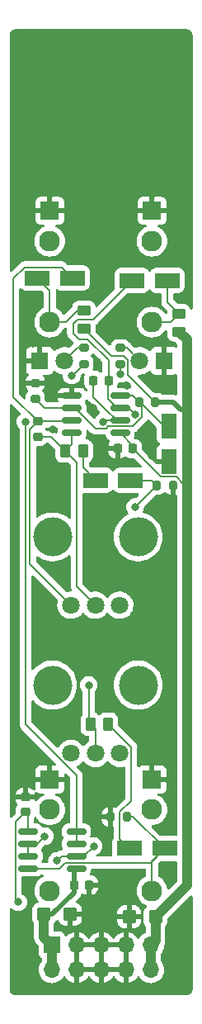
<source format=gbr>
%TF.GenerationSoftware,KiCad,Pcbnew,(6.0.0-0)*%
%TF.CreationDate,2022-01-12T00:44:37+05:30*%
%TF.ProjectId,pre,7072652e-6b69-4636-9164-5f7063625858,rev?*%
%TF.SameCoordinates,Original*%
%TF.FileFunction,Copper,L2,Bot*%
%TF.FilePolarity,Positive*%
%FSLAX46Y46*%
G04 Gerber Fmt 4.6, Leading zero omitted, Abs format (unit mm)*
G04 Created by KiCad (PCBNEW (6.0.0-0)) date 2022-01-12 00:44:37*
%MOMM*%
%LPD*%
G01*
G04 APERTURE LIST*
G04 Aperture macros list*
%AMRoundRect*
0 Rectangle with rounded corners*
0 $1 Rounding radius*
0 $2 $3 $4 $5 $6 $7 $8 $9 X,Y pos of 4 corners*
0 Add a 4 corners polygon primitive as box body*
4,1,4,$2,$3,$4,$5,$6,$7,$8,$9,$2,$3,0*
0 Add four circle primitives for the rounded corners*
1,1,$1+$1,$2,$3*
1,1,$1+$1,$4,$5*
1,1,$1+$1,$6,$7*
1,1,$1+$1,$8,$9*
0 Add four rect primitives between the rounded corners*
20,1,$1+$1,$2,$3,$4,$5,0*
20,1,$1+$1,$4,$5,$6,$7,0*
20,1,$1+$1,$6,$7,$8,$9,0*
20,1,$1+$1,$8,$9,$2,$3,0*%
G04 Aperture macros list end*
%TA.AperFunction,ComponentPad*%
%ADD10R,1.930000X1.830000*%
%TD*%
%TA.AperFunction,ComponentPad*%
%ADD11C,2.130000*%
%TD*%
%TA.AperFunction,SMDPad,CuDef*%
%ADD12RoundRect,0.150000X0.825000X0.150000X-0.825000X0.150000X-0.825000X-0.150000X0.825000X-0.150000X0*%
%TD*%
%TA.AperFunction,SMDPad,CuDef*%
%ADD13RoundRect,0.150000X-0.825000X-0.150000X0.825000X-0.150000X0.825000X0.150000X-0.825000X0.150000X0*%
%TD*%
%TA.AperFunction,WasherPad*%
%ADD14C,4.000000*%
%TD*%
%TA.AperFunction,ComponentPad*%
%ADD15C,1.800000*%
%TD*%
%TA.AperFunction,SMDPad,CuDef*%
%ADD16RoundRect,0.200000X0.275000X-0.200000X0.275000X0.200000X-0.275000X0.200000X-0.275000X-0.200000X0*%
%TD*%
%TA.AperFunction,SMDPad,CuDef*%
%ADD17RoundRect,0.200000X0.200000X0.275000X-0.200000X0.275000X-0.200000X-0.275000X0.200000X-0.275000X0*%
%TD*%
%TA.AperFunction,SMDPad,CuDef*%
%ADD18RoundRect,0.200000X-0.275000X0.200000X-0.275000X-0.200000X0.275000X-0.200000X0.275000X0.200000X0*%
%TD*%
%TA.AperFunction,SMDPad,CuDef*%
%ADD19RoundRect,0.250000X0.262500X0.450000X-0.262500X0.450000X-0.262500X-0.450000X0.262500X-0.450000X0*%
%TD*%
%TA.AperFunction,SMDPad,CuDef*%
%ADD20RoundRect,0.250000X0.450000X-0.262500X0.450000X0.262500X-0.450000X0.262500X-0.450000X-0.262500X0*%
%TD*%
%TA.AperFunction,SMDPad,CuDef*%
%ADD21RoundRect,0.200000X-0.200000X-0.275000X0.200000X-0.275000X0.200000X0.275000X-0.200000X0.275000X0*%
%TD*%
%TA.AperFunction,SMDPad,CuDef*%
%ADD22RoundRect,0.250000X-0.262500X-0.450000X0.262500X-0.450000X0.262500X0.450000X-0.262500X0.450000X0*%
%TD*%
%TA.AperFunction,ComponentPad*%
%ADD23R,1.800000X1.800000*%
%TD*%
%TA.AperFunction,ComponentPad*%
%ADD24R,1.700000X1.700000*%
%TD*%
%TA.AperFunction,ComponentPad*%
%ADD25O,1.700000X1.700000*%
%TD*%
%TA.AperFunction,SMDPad,CuDef*%
%ADD26RoundRect,0.250000X0.450000X0.425000X-0.450000X0.425000X-0.450000X-0.425000X0.450000X-0.425000X0*%
%TD*%
%TA.AperFunction,SMDPad,CuDef*%
%ADD27RoundRect,0.250000X-0.550000X1.050000X-0.550000X-1.050000X0.550000X-1.050000X0.550000X1.050000X0*%
%TD*%
%TA.AperFunction,SMDPad,CuDef*%
%ADD28RoundRect,0.225000X-0.225000X-0.250000X0.225000X-0.250000X0.225000X0.250000X-0.225000X0.250000X0*%
%TD*%
%TA.AperFunction,SMDPad,CuDef*%
%ADD29RoundRect,0.225000X-0.250000X0.225000X-0.250000X-0.225000X0.250000X-0.225000X0.250000X0.225000X0*%
%TD*%
%TA.AperFunction,SMDPad,CuDef*%
%ADD30RoundRect,0.250000X-1.050000X-0.550000X1.050000X-0.550000X1.050000X0.550000X-1.050000X0.550000X0*%
%TD*%
%TA.AperFunction,SMDPad,CuDef*%
%ADD31RoundRect,0.225000X0.250000X-0.225000X0.250000X0.225000X-0.250000X0.225000X-0.250000X-0.225000X0*%
%TD*%
%TA.AperFunction,SMDPad,CuDef*%
%ADD32RoundRect,0.250000X1.050000X0.550000X-1.050000X0.550000X-1.050000X-0.550000X1.050000X-0.550000X0*%
%TD*%
%TA.AperFunction,ViaPad*%
%ADD33C,0.800000*%
%TD*%
%TA.AperFunction,Conductor*%
%ADD34C,0.200000*%
%TD*%
%TA.AperFunction,Conductor*%
%ADD35C,0.500000*%
%TD*%
%TA.AperFunction,Conductor*%
%ADD36C,1.000000*%
%TD*%
G04 APERTURE END LIST*
D10*
%TO.P,Out2,S*%
%TO.N,GND*%
X93500000Y-116670000D03*
D11*
%TO.P,Out2,T*%
%TO.N,Net-(C4-Pad2)*%
X93500000Y-128070000D03*
%TO.P,Out2,TN*%
%TO.N,unconnected-(J3-PadTN)*%
X93500000Y-119770000D03*
%TD*%
D12*
%TO.P,U2,1*%
%TO.N,Net-(R4-Pad2)*%
X85725000Y-121995000D03*
%TO.P,U2,2,-*%
X85725000Y-123265000D03*
%TO.P,U2,3,+*%
%TO.N,Net-(C1-Pad2)*%
X85725000Y-124535000D03*
%TO.P,U2,4,V-*%
%TO.N,-12V*%
X85725000Y-125805000D03*
%TO.P,U2,5,+*%
%TO.N,Net-(C4-Pad2)*%
X80775000Y-125805000D03*
%TO.P,U2,6,-*%
%TO.N,Net-(R8-Pad2)*%
X80775000Y-124535000D03*
%TO.P,U2,7*%
X80775000Y-123265000D03*
%TO.P,U2,8,V+*%
%TO.N,+12V*%
X80775000Y-121995000D03*
%TD*%
D13*
%TO.P,U1,1*%
%TO.N,pot_b_L*%
X85275000Y-81155000D03*
%TO.P,U1,2,-*%
%TO.N,pot_a_L*%
X85275000Y-79885000D03*
%TO.P,U1,3,+*%
%TO.N,vgnd*%
X85275000Y-78615000D03*
%TO.P,U1,4,V-*%
%TO.N,GND*%
X85275000Y-77345000D03*
%TO.P,U1,5,+*%
%TO.N,vgnd*%
X90225000Y-77345000D03*
%TO.P,U1,6,-*%
%TO.N,pot_a_R*%
X90225000Y-78615000D03*
%TO.P,U1,7*%
%TO.N,pot_b_R*%
X90225000Y-79885000D03*
%TO.P,U1,8,V+*%
%TO.N,+12V*%
X90225000Y-81155000D03*
%TD*%
D14*
%TO.P,RV2,*%
%TO.N,*%
X92075000Y-107000000D03*
X83275000Y-107000000D03*
D15*
%TO.P,RV2,1,1*%
%TO.N,unconnected-(RV2-Pad1)*%
X90175000Y-114000000D03*
%TO.P,RV2,2,2*%
%TO.N,pot_b_R*%
X87675000Y-114000000D03*
%TO.P,RV2,3,3*%
%TO.N,pot_a_R*%
X85175000Y-114000000D03*
%TD*%
D14*
%TO.P,RV1,*%
%TO.N,*%
X92075000Y-91800000D03*
X83275000Y-91800000D03*
D15*
%TO.P,RV1,1,1*%
%TO.N,unconnected-(RV1-Pad1)*%
X90175000Y-98800000D03*
%TO.P,RV1,2,2*%
%TO.N,pot_b_L*%
X87675000Y-98800000D03*
%TO.P,RV1,3,3*%
%TO.N,pot_a_L*%
X85175000Y-98800000D03*
%TD*%
D16*
%TO.P,R10,1*%
%TO.N,vgnd*%
X81500000Y-77650000D03*
%TO.P,R10,2*%
%TO.N,GND*%
X81500000Y-76000000D03*
%TD*%
D17*
%TO.P,R9,1*%
%TO.N,+12V*%
X93825000Y-78000000D03*
%TO.P,R9,2*%
%TO.N,vgnd*%
X92175000Y-78000000D03*
%TD*%
D18*
%TO.P,R8,1*%
%TO.N,Net-(LED2-Pad2)*%
X90250000Y-72425000D03*
%TO.P,R8,2*%
%TO.N,Net-(R8-Pad2)*%
X90250000Y-74075000D03*
%TD*%
D17*
%TO.P,R7,1*%
%TO.N,Net-(C4-Pad2)*%
X90900000Y-120500000D03*
%TO.P,R7,2*%
%TO.N,GND*%
X89250000Y-120500000D03*
%TD*%
D19*
%TO.P,R6,1*%
%TO.N,Net-(C4-Pad1)*%
X89000000Y-111000000D03*
%TO.P,R6,2*%
%TO.N,pot_b_R*%
X87175000Y-111000000D03*
%TD*%
D20*
%TO.P,R5,1*%
%TO.N,+12V*%
X96250000Y-70750000D03*
%TO.P,R5,2*%
%TO.N,Net-(C5-Pad2)*%
X96250000Y-68925000D03*
%TD*%
D18*
%TO.P,R4,1*%
%TO.N,Net-(LED1-Pad2)*%
X86500000Y-72425000D03*
%TO.P,R4,2*%
%TO.N,Net-(R4-Pad2)*%
X86500000Y-74075000D03*
%TD*%
D21*
%TO.P,R3,1*%
%TO.N,Net-(C1-Pad2)*%
X94000000Y-86500000D03*
%TO.P,R3,2*%
%TO.N,GND*%
X95650000Y-86500000D03*
%TD*%
D22*
%TO.P,R2,1*%
%TO.N,pot_b_L*%
X84587500Y-83000000D03*
%TO.P,R2,2*%
%TO.N,Net-(C1-Pad1)*%
X86412500Y-83000000D03*
%TD*%
D20*
%TO.P,R1,1*%
%TO.N,+12V*%
X86500000Y-70412500D03*
%TO.P,R1,2*%
%TO.N,Net-(C2-Pad2)*%
X86500000Y-68587500D03*
%TD*%
D23*
%TO.P,LED2,1,K*%
%TO.N,GND*%
X94775000Y-73750000D03*
D15*
%TO.P,LED2,2,A*%
%TO.N,Net-(LED2-Pad2)*%
X92235000Y-73750000D03*
%TD*%
D23*
%TO.P,LED1,1,K*%
%TO.N,GND*%
X81975000Y-73750000D03*
D15*
%TO.P,LED1,2,A*%
%TO.N,Net-(LED1-Pad2)*%
X84515000Y-73750000D03*
%TD*%
D24*
%TO.P,J5,1,Pin_1*%
%TO.N,-12V*%
X83225000Y-133650000D03*
D25*
%TO.P,J5,2,Pin_2*%
X83225000Y-136190000D03*
%TO.P,J5,3,Pin_3*%
%TO.N,GND*%
X85765000Y-133650000D03*
%TO.P,J5,4,Pin_4*%
X85765000Y-136190000D03*
%TO.P,J5,5,Pin_5*%
X88305000Y-133650000D03*
%TO.P,J5,6,Pin_6*%
X88305000Y-136190000D03*
%TO.P,J5,7,Pin_7*%
X90845000Y-133650000D03*
%TO.P,J5,8,Pin_8*%
X90845000Y-136190000D03*
%TO.P,J5,9,Pin_9*%
%TO.N,+12V*%
X93385000Y-133650000D03*
%TO.P,J5,10,Pin_10*%
X93385000Y-136190000D03*
%TD*%
D10*
%TO.P,IN2,S*%
%TO.N,GND*%
X93500000Y-58370000D03*
D11*
%TO.P,IN2,T*%
%TO.N,Net-(C5-Pad2)*%
X93500000Y-69770000D03*
%TO.P,IN2,TN*%
%TO.N,unconnected-(J4-PadTN)*%
X93500000Y-61470000D03*
%TD*%
D10*
%TO.P,IN1,S*%
%TO.N,GND*%
X83000000Y-58370000D03*
D11*
%TO.P,IN1,T*%
%TO.N,Net-(C2-Pad2)*%
X83000000Y-69770000D03*
%TO.P,IN1,TN*%
%TO.N,unconnected-(J2-PadTN)*%
X83000000Y-61470000D03*
%TD*%
%TO.P,Out1,TN*%
%TO.N,unconnected-(J1-PadTN)*%
X83000000Y-119770000D03*
%TO.P,Out1,T*%
%TO.N,Net-(C1-Pad2)*%
X83000000Y-128070000D03*
D10*
%TO.P,Out1,S*%
%TO.N,GND*%
X83000000Y-116670000D03*
%TD*%
D26*
%TO.P,C12,1*%
%TO.N,+12V*%
X93850000Y-130750000D03*
%TO.P,C12,2*%
%TO.N,GND*%
X91150000Y-130750000D03*
%TD*%
D27*
%TO.P,C11,1*%
%TO.N,vgnd*%
X95250000Y-80450000D03*
%TO.P,C11,2*%
%TO.N,GND*%
X95250000Y-84050000D03*
%TD*%
D28*
%TO.P,C10,1*%
%TO.N,GND*%
X89975000Y-82750000D03*
%TO.P,C10,2*%
%TO.N,+12V*%
X91525000Y-82750000D03*
%TD*%
D26*
%TO.P,C9,1*%
%TO.N,GND*%
X85100000Y-130500000D03*
%TO.P,C9,2*%
%TO.N,-12V*%
X82400000Y-130500000D03*
%TD*%
D28*
%TO.P,C8,1*%
%TO.N,-12V*%
X85475000Y-127500000D03*
%TO.P,C8,2*%
%TO.N,GND*%
X87025000Y-127500000D03*
%TD*%
D29*
%TO.P,C7,1*%
%TO.N,GND*%
X80500000Y-118475000D03*
%TO.P,C7,2*%
%TO.N,+12V*%
X80500000Y-120025000D03*
%TD*%
D28*
%TO.P,C6,1*%
%TO.N,pot_b_R*%
X87475000Y-75750000D03*
%TO.P,C6,2*%
%TO.N,pot_a_R*%
X89025000Y-75750000D03*
%TD*%
D30*
%TO.P,C5,1*%
%TO.N,pot_a_R*%
X91450000Y-65500000D03*
%TO.P,C5,2*%
%TO.N,Net-(C5-Pad2)*%
X95050000Y-65500000D03*
%TD*%
%TO.P,C4,1*%
%TO.N,Net-(C4-Pad1)*%
X91200000Y-123750000D03*
%TO.P,C4,2*%
%TO.N,Net-(C4-Pad2)*%
X94800000Y-123750000D03*
%TD*%
D31*
%TO.P,C3,1*%
%TO.N,pot_b_L*%
X81750000Y-81525000D03*
%TO.P,C3,2*%
%TO.N,pot_a_L*%
X81750000Y-79975000D03*
%TD*%
D32*
%TO.P,C2,1*%
%TO.N,pot_a_L*%
X85300000Y-65250000D03*
%TO.P,C2,2*%
%TO.N,Net-(C2-Pad2)*%
X81700000Y-65250000D03*
%TD*%
D30*
%TO.P,C1,1*%
%TO.N,Net-(C1-Pad1)*%
X87700000Y-86000000D03*
%TO.P,C1,2*%
%TO.N,Net-(C1-Pad2)*%
X91300000Y-86000000D03*
%TD*%
D33*
%TO.N,GND*%
X90950000Y-76270000D03*
X83300000Y-80800000D03*
X87470000Y-78620000D03*
X87910000Y-73840000D03*
X96500000Y-137000000D03*
X96500000Y-132500000D03*
X79500000Y-137000000D03*
X79500000Y-132500000D03*
X96250000Y-57750000D03*
X90250000Y-57750000D03*
X87000000Y-57750000D03*
X79500000Y-57750000D03*
X87750000Y-94000000D03*
X93500000Y-101750000D03*
X82250000Y-110500000D03*
X79750000Y-114250000D03*
X89000000Y-122250000D03*
X89250000Y-116500000D03*
X95250000Y-126500000D03*
X84250000Y-95750000D03*
X82634622Y-84634622D03*
X95250000Y-116750000D03*
X88750000Y-108500000D03*
X93500000Y-99000000D03*
X88750000Y-102750000D03*
X82000000Y-102750000D03*
X83750000Y-72000000D03*
X81250000Y-72000000D03*
%TO.N,Net-(R4-Pad2)*%
X80500000Y-80000000D03*
X85250000Y-75250000D03*
%TO.N,pot_b_R*%
X88500000Y-80000000D03*
X87000000Y-107000000D03*
%TO.N,GND*%
X88500000Y-83000000D03*
X93500000Y-83500000D03*
%TO.N,Net-(C1-Pad2)*%
X91750000Y-88750000D03*
X87500000Y-123500000D03*
X83750000Y-125000000D03*
%TO.N,Net-(R8-Pad2)*%
X90260000Y-75070000D03*
X82500000Y-122500000D03*
%TO.N,pot_a_R*%
X91750000Y-79250000D03*
%TO.N,+12V*%
X79750000Y-129250000D03*
%TD*%
D34*
%TO.N,pot_a_R*%
X85390000Y-70930000D02*
X86000000Y-71540000D01*
X91450000Y-65500000D02*
X87470000Y-69480000D01*
X89025000Y-73665000D02*
X89025000Y-75750000D01*
%TO.N,+12V*%
X91024520Y-75199520D02*
X91024520Y-73668093D01*
X93825000Y-78000000D02*
X91024520Y-75199520D01*
X90606427Y-73250000D02*
X89337500Y-73250000D01*
X89337500Y-73250000D02*
X86500000Y-70412500D01*
%TO.N,Net-(R8-Pad2)*%
X90250000Y-75060000D02*
X90260000Y-75070000D01*
%TO.N,+12V*%
X91024520Y-73668093D02*
X90606427Y-73250000D01*
%TO.N,pot_a_R*%
X87470000Y-69480000D02*
X85850000Y-69480000D01*
X85390000Y-69940000D02*
X85390000Y-70930000D01*
X85850000Y-69480000D02*
X85390000Y-69940000D01*
%TO.N,Net-(R8-Pad2)*%
X90250000Y-74075000D02*
X90250000Y-75060000D01*
%TO.N,pot_a_R*%
X86000000Y-71540000D02*
X86900000Y-71540000D01*
X86900000Y-71540000D02*
X89025000Y-73665000D01*
%TO.N,Net-(C2-Pad2)*%
X83000000Y-69770000D02*
X84640000Y-69770000D01*
X84640000Y-69770000D02*
X85822500Y-68587500D01*
X85822500Y-68587500D02*
X86500000Y-68587500D01*
D35*
%TO.N,+12V*%
X97050000Y-78790000D02*
X96470000Y-78790000D01*
X96470000Y-78790000D02*
X95680000Y-78000000D01*
X95680000Y-78000000D02*
X93825000Y-78000000D01*
%TO.N,-12V*%
X85725000Y-125805000D02*
X85475000Y-126055000D01*
X85475000Y-126055000D02*
X85475000Y-128260730D01*
X85475000Y-128260730D02*
X83235730Y-130500000D01*
X83235730Y-130500000D02*
X82400000Y-130500000D01*
D36*
%TO.N,+12V*%
X93850000Y-130750000D02*
X97080000Y-127520000D01*
X97080000Y-127520000D02*
X97080000Y-71580000D01*
X97080000Y-71580000D02*
X96250000Y-70750000D01*
D34*
%TO.N,vgnd*%
X92449501Y-78274501D02*
X92449501Y-79539744D01*
X92449501Y-79539744D02*
X91504725Y-80484520D01*
X91504725Y-80484520D02*
X89004725Y-80484520D01*
X89004725Y-80484520D02*
X88789744Y-80699501D01*
X91520000Y-77345000D02*
X92449501Y-78274501D01*
X88789744Y-80699501D02*
X87700218Y-80699501D01*
X87700218Y-80699501D02*
X85615717Y-78615000D01*
X85615717Y-78615000D02*
X85275000Y-78615000D01*
%TO.N,Net-(C5-Pad2)*%
X96250000Y-68925000D02*
X95405000Y-69770000D01*
X95405000Y-69770000D02*
X93500000Y-69770000D01*
%TO.N,Net-(C2-Pad2)*%
X81700000Y-65250000D02*
X83000000Y-66550000D01*
X83000000Y-66550000D02*
X83000000Y-69770000D01*
%TO.N,Net-(C4-Pad2)*%
X90900000Y-120500000D02*
X91550000Y-120500000D01*
X91550000Y-120500000D02*
X94800000Y-123750000D01*
X80775000Y-125805000D02*
X83945000Y-125805000D01*
X83945000Y-125805000D02*
X84544520Y-125205480D01*
X93344520Y-125205480D02*
X94800000Y-123750000D01*
X84544520Y-125205480D02*
X93344520Y-125205480D01*
X93500000Y-128070000D02*
X93500000Y-125050000D01*
X93500000Y-125050000D02*
X94800000Y-123750000D01*
%TO.N,GND*%
X95170000Y-116670000D02*
X95250000Y-116750000D01*
%TO.N,pot_b_L*%
X84587500Y-83000000D02*
X85750000Y-84162500D01*
X85750000Y-84162500D02*
X85750000Y-96875000D01*
X85750000Y-96875000D02*
X87675000Y-98800000D01*
%TO.N,Net-(R4-Pad2)*%
X80500000Y-111021366D02*
X80500000Y-80000000D01*
X85725000Y-116246366D02*
X80500000Y-111021366D01*
X85725000Y-121995000D02*
X85725000Y-116246366D01*
%TO.N,pot_a_L*%
X85300000Y-65250000D02*
X84200480Y-64150480D01*
X79250000Y-65322862D02*
X79250000Y-77475000D01*
X84200480Y-64150480D02*
X80422382Y-64150480D01*
X80422382Y-64150480D02*
X79250000Y-65322862D01*
X79250000Y-77475000D02*
X81750000Y-79975000D01*
%TO.N,Net-(R4-Pad2)*%
X85250000Y-75250000D02*
X85325000Y-75250000D01*
X85325000Y-75250000D02*
X86500000Y-74075000D01*
%TO.N,pot_a_L*%
X81750000Y-79975000D02*
X80975480Y-80749520D01*
X80975480Y-80749520D02*
X80975480Y-94600480D01*
X80975480Y-94600480D02*
X85175000Y-98800000D01*
%TO.N,pot_b_R*%
X88615000Y-79885000D02*
X88500000Y-80000000D01*
X90225000Y-79885000D02*
X88615000Y-79885000D01*
X87000000Y-107000000D02*
X87000000Y-110825000D01*
X87000000Y-110825000D02*
X87175000Y-111000000D01*
%TO.N,Net-(C1-Pad1)*%
X86412500Y-83000000D02*
X86412500Y-84712500D01*
X86412500Y-84712500D02*
X87700000Y-86000000D01*
%TO.N,pot_b_L*%
X85275000Y-81155000D02*
X85275000Y-82312500D01*
X85275000Y-82312500D02*
X84587500Y-83000000D01*
X81750000Y-81525000D02*
X83112500Y-81525000D01*
X83112500Y-81525000D02*
X84587500Y-83000000D01*
%TO.N,pot_b_R*%
X87675000Y-114000000D02*
X87675000Y-111500000D01*
X87675000Y-111500000D02*
X87175000Y-111000000D01*
%TO.N,Net-(R4-Pad2)*%
X85725000Y-123265000D02*
X85725000Y-121995000D01*
%TO.N,Net-(C4-Pad1)*%
X90200480Y-122750480D02*
X91200000Y-123750000D01*
X91374511Y-118844062D02*
X90200480Y-120018093D01*
X90200480Y-120018093D02*
X90200480Y-122750480D01*
X89000000Y-111000000D02*
X91374511Y-113374511D01*
X91374511Y-113374511D02*
X91374511Y-118844062D01*
%TO.N,Net-(C1-Pad2)*%
X91300000Y-86000000D02*
X93500000Y-86000000D01*
X93500000Y-86000000D02*
X94000000Y-86500000D01*
X85725000Y-124535000D02*
X86465000Y-124535000D01*
X86465000Y-124535000D02*
X87500000Y-123500000D01*
X91750000Y-88750000D02*
X94000000Y-86500000D01*
X85725000Y-124535000D02*
X84215000Y-124535000D01*
X84215000Y-124535000D02*
X83750000Y-125000000D01*
%TO.N,Net-(R8-Pad2)*%
X80775000Y-123265000D02*
X80775000Y-124535000D01*
X82500000Y-122500000D02*
X81735000Y-123265000D01*
X81735000Y-123265000D02*
X80775000Y-123265000D01*
%TO.N,pot_a_R*%
X91115000Y-78615000D02*
X91750000Y-79250000D01*
X90225000Y-78615000D02*
X91115000Y-78615000D01*
%TO.N,pot_b_R*%
X87475000Y-75750000D02*
X87475000Y-77475000D01*
X87475000Y-77475000D02*
X88750000Y-78750000D01*
X88750000Y-78750717D02*
X89884283Y-79885000D01*
X88750000Y-78750000D02*
X88750000Y-78750717D01*
X89884283Y-79885000D02*
X90225000Y-79885000D01*
%TO.N,pot_a_R*%
X89884283Y-78615000D02*
X90225000Y-78615000D01*
X88950480Y-75824520D02*
X88950480Y-77681197D01*
X89025000Y-75750000D02*
X88950480Y-75824520D01*
X88950480Y-77681197D02*
X89884283Y-78615000D01*
%TO.N,vgnd*%
X90225000Y-77345000D02*
X91520000Y-77345000D01*
X91520000Y-77345000D02*
X92175000Y-78000000D01*
X92175000Y-78000000D02*
X92250000Y-78000000D01*
X92250000Y-78000000D02*
X94700000Y-80450000D01*
X94700000Y-80450000D02*
X95250000Y-80450000D01*
X81500000Y-77650000D02*
X82465000Y-78615000D01*
X82465000Y-78615000D02*
X85275000Y-78615000D01*
%TO.N,Net-(LED1-Pad2)*%
X84515000Y-73750000D02*
X85840000Y-72425000D01*
X85840000Y-72425000D02*
X86500000Y-72425000D01*
%TO.N,pot_a_L*%
X81750000Y-79975000D02*
X85185000Y-79975000D01*
X85185000Y-79975000D02*
X85275000Y-79885000D01*
%TO.N,Net-(C5-Pad2)*%
X95050000Y-65500000D02*
X95050000Y-67725000D01*
X95050000Y-67725000D02*
X96250000Y-68925000D01*
%TO.N,Net-(LED2-Pad2)*%
X90250000Y-72425000D02*
X90910000Y-72425000D01*
X90910000Y-72425000D02*
X92235000Y-73750000D01*
%TO.N,+12V*%
X91525000Y-82750000D02*
X94424520Y-85649520D01*
X94424520Y-85649520D02*
X95980947Y-85649520D01*
X95980947Y-85649520D02*
X96799520Y-86468093D01*
X91525000Y-82750000D02*
X91525000Y-82455000D01*
X91525000Y-82455000D02*
X90225000Y-81155000D01*
X80500000Y-120025000D02*
X80775000Y-120300000D01*
X80775000Y-120300000D02*
X80775000Y-121995000D01*
X79500480Y-129000480D02*
X79750000Y-129250000D01*
X79500480Y-121024520D02*
X79500480Y-129000480D01*
X80500000Y-120025000D02*
X79500480Y-121024520D01*
D36*
X93850000Y-130750000D02*
X93850000Y-133185000D01*
X93850000Y-133185000D02*
X93385000Y-133650000D01*
%TO.N,-12V*%
X82400000Y-130500000D02*
X82400000Y-132825000D01*
X82400000Y-132825000D02*
X83225000Y-133650000D01*
%TO.N,+12V*%
X93385000Y-133650000D02*
X93385000Y-136190000D01*
%TO.N,-12V*%
X83225000Y-133650000D02*
X83225000Y-136190000D01*
%TD*%
%TA.AperFunction,Conductor*%
%TO.N,GND*%
G36*
X92833621Y-125833982D02*
G01*
X92880114Y-125887638D01*
X92891500Y-125939980D01*
X92891500Y-126534714D01*
X92871498Y-126602835D01*
X92813719Y-126651123D01*
X92783437Y-126663666D01*
X92572260Y-126793075D01*
X92383927Y-126953927D01*
X92223075Y-127142260D01*
X92093666Y-127353437D01*
X91998885Y-127582258D01*
X91997730Y-127587070D01*
X91942221Y-127818276D01*
X91942220Y-127818282D01*
X91941066Y-127823089D01*
X91921634Y-128070000D01*
X91941066Y-128316911D01*
X91942220Y-128321718D01*
X91942221Y-128321724D01*
X91965964Y-128420619D01*
X91998885Y-128557742D01*
X92000778Y-128562313D01*
X92000779Y-128562315D01*
X92090518Y-128778962D01*
X92093666Y-128786563D01*
X92223075Y-128997740D01*
X92383927Y-129186073D01*
X92572260Y-129346925D01*
X92783437Y-129476334D01*
X92788007Y-129478227D01*
X92788011Y-129478229D01*
X92796401Y-129481704D01*
X92887033Y-129519245D01*
X92942313Y-129563792D01*
X92964734Y-129631155D01*
X92947176Y-129699947D01*
X92924749Y-129725620D01*
X92925652Y-129726522D01*
X92800695Y-129851697D01*
X92796855Y-129857927D01*
X92796854Y-129857928D01*
X92725879Y-129973071D01*
X92707885Y-130002262D01*
X92694997Y-130041118D01*
X92656519Y-130157128D01*
X92652203Y-130170139D01*
X92641500Y-130274600D01*
X92641500Y-131225400D01*
X92641837Y-131228646D01*
X92641837Y-131228650D01*
X92651752Y-131324206D01*
X92652474Y-131331166D01*
X92708450Y-131498946D01*
X92801522Y-131649348D01*
X92806704Y-131654521D01*
X92811249Y-131660255D01*
X92809576Y-131661581D01*
X92838598Y-131714625D01*
X92841500Y-131741511D01*
X92841500Y-132324841D01*
X92821498Y-132392962D01*
X92773680Y-132436604D01*
X92658607Y-132496507D01*
X92654474Y-132499610D01*
X92654471Y-132499612D01*
X92484100Y-132627530D01*
X92479965Y-132630635D01*
X92325629Y-132792138D01*
X92322715Y-132796410D01*
X92322714Y-132796411D01*
X92314630Y-132808262D01*
X92219337Y-132947957D01*
X92217898Y-132950066D01*
X92162987Y-132995069D01*
X92092462Y-133003240D01*
X92028715Y-132971986D01*
X92008018Y-132947502D01*
X91927426Y-132822926D01*
X91921136Y-132814757D01*
X91777806Y-132657240D01*
X91770273Y-132650215D01*
X91603139Y-132518222D01*
X91594552Y-132512517D01*
X91408117Y-132409599D01*
X91398705Y-132405369D01*
X91197959Y-132334280D01*
X91187988Y-132331646D01*
X91116837Y-132318972D01*
X91103540Y-132320432D01*
X91099000Y-132334989D01*
X91099000Y-137508517D01*
X91103064Y-137522359D01*
X91116478Y-137524393D01*
X91123184Y-137523534D01*
X91133262Y-137521392D01*
X91337255Y-137460191D01*
X91346842Y-137456433D01*
X91538095Y-137362739D01*
X91546945Y-137357464D01*
X91720328Y-137233792D01*
X91728200Y-137227139D01*
X91879052Y-137076812D01*
X91885730Y-137068965D01*
X92013022Y-136891819D01*
X92014279Y-136892722D01*
X92061373Y-136849362D01*
X92131311Y-136837145D01*
X92196751Y-136864678D01*
X92224579Y-136896511D01*
X92284987Y-136995088D01*
X92431250Y-137163938D01*
X92603126Y-137306632D01*
X92796000Y-137419338D01*
X93004692Y-137499030D01*
X93009760Y-137500061D01*
X93009763Y-137500062D01*
X93104862Y-137519410D01*
X93223597Y-137543567D01*
X93228772Y-137543757D01*
X93228774Y-137543757D01*
X93441673Y-137551564D01*
X93441677Y-137551564D01*
X93446837Y-137551753D01*
X93451957Y-137551097D01*
X93451959Y-137551097D01*
X93663288Y-137524025D01*
X93663289Y-137524025D01*
X93668416Y-137523368D01*
X93673366Y-137521883D01*
X93877429Y-137460661D01*
X93877434Y-137460659D01*
X93882384Y-137459174D01*
X94082994Y-137360896D01*
X94264860Y-137231173D01*
X94423096Y-137073489D01*
X94482594Y-136990689D01*
X94550435Y-136896277D01*
X94553453Y-136892077D01*
X94566995Y-136864678D01*
X94650136Y-136696453D01*
X94650137Y-136696451D01*
X94652430Y-136691811D01*
X94717370Y-136478069D01*
X94746529Y-136256590D01*
X94748156Y-136190000D01*
X94729852Y-135967361D01*
X94675431Y-135750702D01*
X94586354Y-135545840D01*
X94465014Y-135358277D01*
X94445405Y-135336727D01*
X94426306Y-135315737D01*
X94395254Y-135251891D01*
X94393500Y-135230938D01*
X94393500Y-134613970D01*
X94413502Y-134545849D01*
X94421460Y-134535120D01*
X94423096Y-134533489D01*
X94553453Y-134352077D01*
X94566995Y-134324678D01*
X94650136Y-134156453D01*
X94650137Y-134156451D01*
X94652430Y-134151811D01*
X94717370Y-133938069D01*
X94746529Y-133716590D01*
X94747540Y-133675208D01*
X94763088Y-133617584D01*
X94778460Y-133589622D01*
X94778462Y-133589617D01*
X94781433Y-133584213D01*
X94783045Y-133579131D01*
X94785562Y-133574437D01*
X94812762Y-133485469D01*
X94813108Y-133484358D01*
X94839373Y-133401563D01*
X94841235Y-133395694D01*
X94841829Y-133390398D01*
X94843387Y-133385302D01*
X94852790Y-133292743D01*
X94852911Y-133291607D01*
X94858500Y-133241773D01*
X94858500Y-133238246D01*
X94858555Y-133237261D01*
X94859002Y-133231581D01*
X94863374Y-133188538D01*
X94859059Y-133142891D01*
X94858500Y-133131033D01*
X94858500Y-131741306D01*
X94878502Y-131673185D01*
X94889683Y-131659298D01*
X94889596Y-131659229D01*
X94894134Y-131653483D01*
X94899305Y-131648303D01*
X94973615Y-131527751D01*
X94988275Y-131503968D01*
X94988276Y-131503966D01*
X94992115Y-131497738D01*
X95047797Y-131329861D01*
X95058500Y-131225400D01*
X95058500Y-131019925D01*
X95078502Y-130951804D01*
X95095405Y-130930830D01*
X96268019Y-129758216D01*
X97444798Y-128581436D01*
X97507110Y-128547411D01*
X97577925Y-128552475D01*
X97634761Y-128595022D01*
X97659572Y-128661542D01*
X97659893Y-128670531D01*
X97659893Y-138200673D01*
X97658393Y-138220057D01*
X97656088Y-138234858D01*
X97656088Y-138234862D01*
X97654707Y-138243731D01*
X97655871Y-138252633D01*
X97655871Y-138252637D01*
X97655884Y-138252733D01*
X97656155Y-138283170D01*
X97649147Y-138345375D01*
X97642868Y-138372885D01*
X97615859Y-138450071D01*
X97603617Y-138475491D01*
X97560106Y-138544738D01*
X97542514Y-138566797D01*
X97484690Y-138624621D01*
X97462631Y-138642213D01*
X97393384Y-138685724D01*
X97367963Y-138697966D01*
X97290776Y-138724975D01*
X97263269Y-138731254D01*
X97239321Y-138733952D01*
X97207637Y-138737522D01*
X97191996Y-138738305D01*
X97183038Y-138738196D01*
X97174164Y-138736814D01*
X97142643Y-138740936D01*
X97126305Y-138742000D01*
X79424327Y-138742000D01*
X79404943Y-138740500D01*
X79390142Y-138738195D01*
X79390138Y-138738195D01*
X79381269Y-138736814D01*
X79372367Y-138737978D01*
X79372363Y-138737978D01*
X79372267Y-138737991D01*
X79341830Y-138738262D01*
X79279625Y-138731254D01*
X79252118Y-138724976D01*
X79174928Y-138697966D01*
X79149509Y-138685724D01*
X79080262Y-138642213D01*
X79058203Y-138624621D01*
X79000379Y-138566797D01*
X78982787Y-138544738D01*
X78939276Y-138475491D01*
X78927034Y-138450070D01*
X78900025Y-138372883D01*
X78893746Y-138345376D01*
X78887478Y-138289749D01*
X78886695Y-138274103D01*
X78886804Y-138265145D01*
X78888186Y-138256271D01*
X78884064Y-138224749D01*
X78883000Y-138208412D01*
X78883000Y-129973071D01*
X78903002Y-129904950D01*
X78956658Y-129858457D01*
X79026932Y-129848353D01*
X79091512Y-129877847D01*
X79102631Y-129888755D01*
X79138747Y-129928866D01*
X79293248Y-130041118D01*
X79299276Y-130043802D01*
X79299278Y-130043803D01*
X79461681Y-130116109D01*
X79467712Y-130118794D01*
X79561113Y-130138647D01*
X79648056Y-130157128D01*
X79648061Y-130157128D01*
X79654513Y-130158500D01*
X79845487Y-130158500D01*
X79851939Y-130157128D01*
X79851944Y-130157128D01*
X79938887Y-130138647D01*
X80032288Y-130118794D01*
X80038319Y-130116109D01*
X80200722Y-130043803D01*
X80200724Y-130043802D01*
X80206752Y-130041118D01*
X80361253Y-129928866D01*
X80407191Y-129877847D01*
X80484621Y-129791852D01*
X80484622Y-129791851D01*
X80489040Y-129786944D01*
X80584527Y-129621556D01*
X80643542Y-129439928D01*
X80663504Y-129250000D01*
X80643542Y-129060072D01*
X80584527Y-128878444D01*
X80489040Y-128713056D01*
X80452866Y-128672880D01*
X80365675Y-128576045D01*
X80365674Y-128576044D01*
X80361253Y-128571134D01*
X80255935Y-128494616D01*
X80212094Y-128462763D01*
X80212093Y-128462762D01*
X80206752Y-128458882D01*
X80200725Y-128456199D01*
X80200717Y-128456194D01*
X80183730Y-128448631D01*
X80129634Y-128402650D01*
X80108980Y-128333525D01*
X80108980Y-126739500D01*
X80128982Y-126671379D01*
X80182638Y-126624886D01*
X80234980Y-126613500D01*
X81666502Y-126613500D01*
X81668950Y-126613307D01*
X81668958Y-126613307D01*
X81697421Y-126611067D01*
X81697426Y-126611066D01*
X81703831Y-126610562D01*
X81847286Y-126568885D01*
X81855988Y-126566357D01*
X81855990Y-126566356D01*
X81863601Y-126564145D01*
X81943319Y-126517000D01*
X81999980Y-126483491D01*
X81999983Y-126483489D01*
X82006807Y-126479453D01*
X82035855Y-126450405D01*
X82098167Y-126416379D01*
X82124950Y-126413500D01*
X82253946Y-126413500D01*
X82322067Y-126433502D01*
X82368560Y-126487158D01*
X82378664Y-126557432D01*
X82349170Y-126622012D01*
X82302164Y-126655909D01*
X82288011Y-126661771D01*
X82288007Y-126661773D01*
X82283437Y-126663666D01*
X82072260Y-126793075D01*
X81883927Y-126953927D01*
X81723075Y-127142260D01*
X81593666Y-127353437D01*
X81498885Y-127582258D01*
X81497730Y-127587070D01*
X81442221Y-127818276D01*
X81442220Y-127818282D01*
X81441066Y-127823089D01*
X81421634Y-128070000D01*
X81441066Y-128316911D01*
X81442220Y-128321718D01*
X81442221Y-128321724D01*
X81465964Y-128420619D01*
X81498885Y-128557742D01*
X81500778Y-128562313D01*
X81500779Y-128562315D01*
X81590518Y-128778962D01*
X81593666Y-128786563D01*
X81723075Y-128997740D01*
X81836503Y-129130546D01*
X81865533Y-129195335D01*
X81854928Y-129265535D01*
X81808054Y-129318857D01*
X81780567Y-129331899D01*
X81633009Y-129381128D01*
X81632997Y-129381134D01*
X81626054Y-129383450D01*
X81475652Y-129476522D01*
X81350695Y-129601697D01*
X81346855Y-129607927D01*
X81346854Y-129607928D01*
X81270314Y-129732099D01*
X81257885Y-129752262D01*
X81255581Y-129759209D01*
X81216231Y-129877847D01*
X81202203Y-129920139D01*
X81191500Y-130024600D01*
X81191500Y-130975400D01*
X81191837Y-130978646D01*
X81191837Y-130978650D01*
X81201618Y-131072914D01*
X81202474Y-131081166D01*
X81204655Y-131087702D01*
X81204655Y-131087704D01*
X81207155Y-131095197D01*
X81258450Y-131248946D01*
X81351522Y-131399348D01*
X81356704Y-131404521D01*
X81361249Y-131410255D01*
X81359576Y-131411581D01*
X81388598Y-131464625D01*
X81391500Y-131491511D01*
X81391500Y-132763157D01*
X81390763Y-132776764D01*
X81388595Y-132796727D01*
X81386676Y-132814388D01*
X81387213Y-132820523D01*
X81391050Y-132864388D01*
X81391379Y-132869214D01*
X81391500Y-132871686D01*
X81391500Y-132874769D01*
X81391801Y-132877837D01*
X81395690Y-132917506D01*
X81395812Y-132918819D01*
X81398546Y-132950066D01*
X81403913Y-133011413D01*
X81405400Y-133016532D01*
X81405920Y-133021833D01*
X81432791Y-133110834D01*
X81433126Y-133111967D01*
X81455373Y-133188538D01*
X81459091Y-133201336D01*
X81461544Y-133206068D01*
X81463084Y-133211169D01*
X81465978Y-133216612D01*
X81506731Y-133293260D01*
X81507343Y-133294426D01*
X81550108Y-133376926D01*
X81553431Y-133381089D01*
X81555934Y-133385796D01*
X81614755Y-133457918D01*
X81615446Y-133458774D01*
X81646738Y-133497973D01*
X81649242Y-133500477D01*
X81649884Y-133501195D01*
X81653585Y-133505528D01*
X81680935Y-133539062D01*
X81685682Y-133542989D01*
X81685684Y-133542991D01*
X81716262Y-133568287D01*
X81725042Y-133576277D01*
X81829595Y-133680830D01*
X81863621Y-133743142D01*
X81866500Y-133769925D01*
X81866500Y-134548134D01*
X81873255Y-134610316D01*
X81924385Y-134746705D01*
X82011739Y-134863261D01*
X82128295Y-134950615D01*
X82136704Y-134953767D01*
X82144575Y-134958077D01*
X82143664Y-134959741D01*
X82191490Y-134995663D01*
X82216193Y-135062224D01*
X82216500Y-135071009D01*
X82216500Y-135228381D01*
X82196498Y-135296502D01*
X82181594Y-135315432D01*
X82165629Y-135332138D01*
X82039743Y-135516680D01*
X81945688Y-135719305D01*
X81885989Y-135934570D01*
X81862251Y-136156695D01*
X81862548Y-136161848D01*
X81862548Y-136161851D01*
X81868011Y-136256590D01*
X81875110Y-136379715D01*
X81876247Y-136384761D01*
X81876248Y-136384767D01*
X81890606Y-136448475D01*
X81924222Y-136597639D01*
X82008266Y-136804616D01*
X82035686Y-136849362D01*
X82122291Y-136990688D01*
X82124987Y-136995088D01*
X82271250Y-137163938D01*
X82443126Y-137306632D01*
X82636000Y-137419338D01*
X82844692Y-137499030D01*
X82849760Y-137500061D01*
X82849763Y-137500062D01*
X82944862Y-137519410D01*
X83063597Y-137543567D01*
X83068772Y-137543757D01*
X83068774Y-137543757D01*
X83281673Y-137551564D01*
X83281677Y-137551564D01*
X83286837Y-137551753D01*
X83291957Y-137551097D01*
X83291959Y-137551097D01*
X83503288Y-137524025D01*
X83503289Y-137524025D01*
X83508416Y-137523368D01*
X83513366Y-137521883D01*
X83717429Y-137460661D01*
X83717434Y-137460659D01*
X83722384Y-137459174D01*
X83922994Y-137360896D01*
X84104860Y-137231173D01*
X84263096Y-137073489D01*
X84322594Y-136990689D01*
X84393453Y-136892077D01*
X84394640Y-136892930D01*
X84441960Y-136849362D01*
X84511897Y-136837145D01*
X84577338Y-136864678D01*
X84605166Y-136896511D01*
X84662694Y-136990388D01*
X84668777Y-136998699D01*
X84808213Y-137159667D01*
X84815580Y-137166883D01*
X84979434Y-137302916D01*
X84987881Y-137308831D01*
X85171756Y-137416279D01*
X85181042Y-137420729D01*
X85380001Y-137496703D01*
X85389899Y-137499579D01*
X85493250Y-137520606D01*
X85507299Y-137519410D01*
X85511000Y-137509065D01*
X85511000Y-137508517D01*
X86019000Y-137508517D01*
X86023064Y-137522359D01*
X86036478Y-137524393D01*
X86043184Y-137523534D01*
X86053262Y-137521392D01*
X86257255Y-137460191D01*
X86266842Y-137456433D01*
X86458095Y-137362739D01*
X86466945Y-137357464D01*
X86640328Y-137233792D01*
X86648200Y-137227139D01*
X86799052Y-137076812D01*
X86805730Y-137068965D01*
X86933022Y-136891819D01*
X86934147Y-136892627D01*
X86981669Y-136848876D01*
X87051607Y-136836661D01*
X87117046Y-136864197D01*
X87144870Y-136896028D01*
X87202690Y-136990383D01*
X87208777Y-136998699D01*
X87348213Y-137159667D01*
X87355580Y-137166883D01*
X87519434Y-137302916D01*
X87527881Y-137308831D01*
X87711756Y-137416279D01*
X87721042Y-137420729D01*
X87920001Y-137496703D01*
X87929899Y-137499579D01*
X88033250Y-137520606D01*
X88047299Y-137519410D01*
X88051000Y-137509065D01*
X88051000Y-137508517D01*
X88559000Y-137508517D01*
X88563064Y-137522359D01*
X88576478Y-137524393D01*
X88583184Y-137523534D01*
X88593262Y-137521392D01*
X88797255Y-137460191D01*
X88806842Y-137456433D01*
X88998095Y-137362739D01*
X89006945Y-137357464D01*
X89180328Y-137233792D01*
X89188200Y-137227139D01*
X89339052Y-137076812D01*
X89345730Y-137068965D01*
X89473022Y-136891819D01*
X89474147Y-136892627D01*
X89521669Y-136848876D01*
X89591607Y-136836661D01*
X89657046Y-136864197D01*
X89684870Y-136896028D01*
X89742690Y-136990383D01*
X89748777Y-136998699D01*
X89888213Y-137159667D01*
X89895580Y-137166883D01*
X90059434Y-137302916D01*
X90067881Y-137308831D01*
X90251756Y-137416279D01*
X90261042Y-137420729D01*
X90460001Y-137496703D01*
X90469899Y-137499579D01*
X90573250Y-137520606D01*
X90587299Y-137519410D01*
X90591000Y-137509065D01*
X90591000Y-136462115D01*
X90586525Y-136446876D01*
X90585135Y-136445671D01*
X90577452Y-136444000D01*
X88577115Y-136444000D01*
X88561876Y-136448475D01*
X88560671Y-136449865D01*
X88559000Y-136457548D01*
X88559000Y-137508517D01*
X88051000Y-137508517D01*
X88051000Y-136462115D01*
X88046525Y-136446876D01*
X88045135Y-136445671D01*
X88037452Y-136444000D01*
X86037115Y-136444000D01*
X86021876Y-136448475D01*
X86020671Y-136449865D01*
X86019000Y-136457548D01*
X86019000Y-137508517D01*
X85511000Y-137508517D01*
X85511000Y-135917885D01*
X86019000Y-135917885D01*
X86023475Y-135933124D01*
X86024865Y-135934329D01*
X86032548Y-135936000D01*
X88032885Y-135936000D01*
X88048124Y-135931525D01*
X88049329Y-135930135D01*
X88051000Y-135922452D01*
X88051000Y-135917885D01*
X88559000Y-135917885D01*
X88563475Y-135933124D01*
X88564865Y-135934329D01*
X88572548Y-135936000D01*
X90572885Y-135936000D01*
X90588124Y-135931525D01*
X90589329Y-135930135D01*
X90591000Y-135922452D01*
X90591000Y-133922115D01*
X90586525Y-133906876D01*
X90585135Y-133905671D01*
X90577452Y-133904000D01*
X88577115Y-133904000D01*
X88561876Y-133908475D01*
X88560671Y-133909865D01*
X88559000Y-133917548D01*
X88559000Y-135917885D01*
X88051000Y-135917885D01*
X88051000Y-133922115D01*
X88046525Y-133906876D01*
X88045135Y-133905671D01*
X88037452Y-133904000D01*
X86037115Y-133904000D01*
X86021876Y-133908475D01*
X86020671Y-133909865D01*
X86019000Y-133917548D01*
X86019000Y-135917885D01*
X85511000Y-135917885D01*
X85511000Y-133377885D01*
X86019000Y-133377885D01*
X86023475Y-133393124D01*
X86024865Y-133394329D01*
X86032548Y-133396000D01*
X88032885Y-133396000D01*
X88048124Y-133391525D01*
X88049329Y-133390135D01*
X88051000Y-133382452D01*
X88051000Y-133377885D01*
X88559000Y-133377885D01*
X88563475Y-133393124D01*
X88564865Y-133394329D01*
X88572548Y-133396000D01*
X90572885Y-133396000D01*
X90588124Y-133391525D01*
X90589329Y-133390135D01*
X90591000Y-133382452D01*
X90591000Y-132333102D01*
X90587082Y-132319758D01*
X90572806Y-132317771D01*
X90534324Y-132323660D01*
X90524288Y-132326051D01*
X90321868Y-132392212D01*
X90312359Y-132396209D01*
X90123463Y-132494542D01*
X90114738Y-132500036D01*
X89944433Y-132627905D01*
X89936726Y-132634748D01*
X89789590Y-132788717D01*
X89783104Y-132796727D01*
X89678193Y-132950521D01*
X89623282Y-132995524D01*
X89552757Y-133003695D01*
X89489010Y-132972441D01*
X89468313Y-132947957D01*
X89387427Y-132822926D01*
X89381136Y-132814757D01*
X89237806Y-132657240D01*
X89230273Y-132650215D01*
X89063139Y-132518222D01*
X89054552Y-132512517D01*
X88868117Y-132409599D01*
X88858705Y-132405369D01*
X88657959Y-132334280D01*
X88647988Y-132331646D01*
X88576837Y-132318972D01*
X88563540Y-132320432D01*
X88559000Y-132334989D01*
X88559000Y-133377885D01*
X88051000Y-133377885D01*
X88051000Y-132333102D01*
X88047082Y-132319758D01*
X88032806Y-132317771D01*
X87994324Y-132323660D01*
X87984288Y-132326051D01*
X87781868Y-132392212D01*
X87772359Y-132396209D01*
X87583463Y-132494542D01*
X87574738Y-132500036D01*
X87404433Y-132627905D01*
X87396726Y-132634748D01*
X87249590Y-132788717D01*
X87243104Y-132796727D01*
X87138193Y-132950521D01*
X87083282Y-132995524D01*
X87012757Y-133003695D01*
X86949010Y-132972441D01*
X86928313Y-132947957D01*
X86847427Y-132822926D01*
X86841136Y-132814757D01*
X86697806Y-132657240D01*
X86690273Y-132650215D01*
X86523139Y-132518222D01*
X86514552Y-132512517D01*
X86328117Y-132409599D01*
X86318705Y-132405369D01*
X86117959Y-132334280D01*
X86107988Y-132331646D01*
X86036837Y-132318972D01*
X86023540Y-132320432D01*
X86019000Y-132334989D01*
X86019000Y-133377885D01*
X85511000Y-133377885D01*
X85511000Y-132333102D01*
X85507082Y-132319758D01*
X85492806Y-132317771D01*
X85454324Y-132323660D01*
X85444288Y-132326051D01*
X85241868Y-132392212D01*
X85232359Y-132396209D01*
X85043463Y-132494542D01*
X85034738Y-132500036D01*
X84864433Y-132627905D01*
X84856726Y-132634748D01*
X84779478Y-132715584D01*
X84717954Y-132751014D01*
X84647042Y-132747557D01*
X84589255Y-132706311D01*
X84570402Y-132672763D01*
X84528767Y-132561703D01*
X84525615Y-132553295D01*
X84438261Y-132436739D01*
X84321705Y-132349385D01*
X84185316Y-132298255D01*
X84123134Y-132291500D01*
X83534500Y-132291500D01*
X83466379Y-132271498D01*
X83419886Y-132217842D01*
X83408500Y-132165500D01*
X83408500Y-131491306D01*
X83428502Y-131423185D01*
X83439683Y-131409298D01*
X83439596Y-131409229D01*
X83444134Y-131403483D01*
X83449305Y-131398303D01*
X83490689Y-131331166D01*
X83538275Y-131253968D01*
X83538276Y-131253966D01*
X83542115Y-131247738D01*
X83545932Y-131236230D01*
X83586362Y-131177870D01*
X83596440Y-131170525D01*
X83638706Y-131142814D01*
X83642410Y-131140477D01*
X83704837Y-131102595D01*
X83713214Y-131095197D01*
X83713237Y-131095224D01*
X83716231Y-131092570D01*
X83719463Y-131089868D01*
X83725582Y-131085856D01*
X83725957Y-131085460D01*
X83788497Y-131058221D01*
X83858582Y-131069562D01*
X83911409Y-131116994D01*
X83923751Y-131143359D01*
X83956588Y-131241784D01*
X83962761Y-131254962D01*
X84048063Y-131392807D01*
X84057099Y-131404208D01*
X84171829Y-131518739D01*
X84183240Y-131527751D01*
X84321243Y-131612816D01*
X84334424Y-131618963D01*
X84488710Y-131670138D01*
X84502086Y-131673005D01*
X84596438Y-131682672D01*
X84602854Y-131683000D01*
X84827885Y-131683000D01*
X84843124Y-131678525D01*
X84844329Y-131677135D01*
X84846000Y-131669452D01*
X84846000Y-131664884D01*
X85354000Y-131664884D01*
X85358475Y-131680123D01*
X85359865Y-131681328D01*
X85367548Y-131682999D01*
X85597095Y-131682999D01*
X85603614Y-131682662D01*
X85699206Y-131672743D01*
X85712600Y-131669851D01*
X85866784Y-131618412D01*
X85879962Y-131612239D01*
X86017807Y-131526937D01*
X86029208Y-131517901D01*
X86143739Y-131403171D01*
X86152751Y-131391760D01*
X86237816Y-131253757D01*
X86243963Y-131240576D01*
X86250093Y-131222095D01*
X89942001Y-131222095D01*
X89942338Y-131228614D01*
X89952257Y-131324206D01*
X89955149Y-131337600D01*
X90006588Y-131491784D01*
X90012761Y-131504962D01*
X90098063Y-131642807D01*
X90107099Y-131654208D01*
X90221829Y-131768739D01*
X90233240Y-131777751D01*
X90371243Y-131862816D01*
X90384424Y-131868963D01*
X90538710Y-131920138D01*
X90552086Y-131923005D01*
X90646438Y-131932672D01*
X90652854Y-131933000D01*
X90877885Y-131933000D01*
X90893124Y-131928525D01*
X90894329Y-131927135D01*
X90896000Y-131919452D01*
X90896000Y-131914884D01*
X91404000Y-131914884D01*
X91408475Y-131930123D01*
X91409865Y-131931328D01*
X91417548Y-131932999D01*
X91647095Y-131932999D01*
X91653614Y-131932662D01*
X91749206Y-131922743D01*
X91762600Y-131919851D01*
X91916784Y-131868412D01*
X91929962Y-131862239D01*
X92067807Y-131776937D01*
X92079208Y-131767901D01*
X92193739Y-131653171D01*
X92202751Y-131641760D01*
X92287816Y-131503757D01*
X92293963Y-131490576D01*
X92345138Y-131336290D01*
X92348005Y-131322914D01*
X92357672Y-131228562D01*
X92358000Y-131222146D01*
X92358000Y-131022115D01*
X92353525Y-131006876D01*
X92352135Y-131005671D01*
X92344452Y-131004000D01*
X91422115Y-131004000D01*
X91406876Y-131008475D01*
X91405671Y-131009865D01*
X91404000Y-131017548D01*
X91404000Y-131914884D01*
X90896000Y-131914884D01*
X90896000Y-131022115D01*
X90891525Y-131006876D01*
X90890135Y-131005671D01*
X90882452Y-131004000D01*
X89960116Y-131004000D01*
X89944877Y-131008475D01*
X89943672Y-131009865D01*
X89942001Y-131017548D01*
X89942001Y-131222095D01*
X86250093Y-131222095D01*
X86295138Y-131086290D01*
X86298005Y-131072914D01*
X86307672Y-130978562D01*
X86308000Y-130972146D01*
X86308000Y-130772115D01*
X86303525Y-130756876D01*
X86302135Y-130755671D01*
X86294452Y-130754000D01*
X85372115Y-130754000D01*
X85356876Y-130758475D01*
X85355671Y-130759865D01*
X85354000Y-130767548D01*
X85354000Y-131664884D01*
X84846000Y-131664884D01*
X84846000Y-130477885D01*
X89942000Y-130477885D01*
X89946475Y-130493124D01*
X89947865Y-130494329D01*
X89955548Y-130496000D01*
X90877885Y-130496000D01*
X90893124Y-130491525D01*
X90894329Y-130490135D01*
X90896000Y-130482452D01*
X90896000Y-130477885D01*
X91404000Y-130477885D01*
X91408475Y-130493124D01*
X91409865Y-130494329D01*
X91417548Y-130496000D01*
X92339884Y-130496000D01*
X92355123Y-130491525D01*
X92356328Y-130490135D01*
X92357999Y-130482452D01*
X92357999Y-130277905D01*
X92357662Y-130271386D01*
X92347743Y-130175794D01*
X92344851Y-130162400D01*
X92293412Y-130008216D01*
X92287239Y-129995038D01*
X92201937Y-129857193D01*
X92192901Y-129845792D01*
X92078171Y-129731261D01*
X92066760Y-129722249D01*
X91928757Y-129637184D01*
X91915576Y-129631037D01*
X91761290Y-129579862D01*
X91747914Y-129576995D01*
X91653562Y-129567328D01*
X91647145Y-129567000D01*
X91422115Y-129567000D01*
X91406876Y-129571475D01*
X91405671Y-129572865D01*
X91404000Y-129580548D01*
X91404000Y-130477885D01*
X90896000Y-130477885D01*
X90896000Y-129585116D01*
X90891525Y-129569877D01*
X90890135Y-129568672D01*
X90882452Y-129567001D01*
X90652905Y-129567001D01*
X90646386Y-129567338D01*
X90550794Y-129577257D01*
X90537400Y-129580149D01*
X90383216Y-129631588D01*
X90370038Y-129637761D01*
X90232193Y-129723063D01*
X90220792Y-129732099D01*
X90106261Y-129846829D01*
X90097249Y-129858240D01*
X90012184Y-129996243D01*
X90006037Y-130009424D01*
X89954862Y-130163710D01*
X89951995Y-130177086D01*
X89942328Y-130271438D01*
X89942000Y-130277855D01*
X89942000Y-130477885D01*
X84846000Y-130477885D01*
X84846000Y-130372000D01*
X84866002Y-130303879D01*
X84919658Y-130257386D01*
X84972000Y-130246000D01*
X86289884Y-130246000D01*
X86305123Y-130241525D01*
X86306328Y-130240135D01*
X86307999Y-130232452D01*
X86307999Y-130027905D01*
X86307662Y-130021386D01*
X86297743Y-129925794D01*
X86294851Y-129912400D01*
X86243412Y-129758216D01*
X86237239Y-129745038D01*
X86151937Y-129607193D01*
X86142901Y-129595792D01*
X86028171Y-129481261D01*
X86016760Y-129472249D01*
X85878757Y-129387184D01*
X85865576Y-129381037D01*
X85730344Y-129336182D01*
X85671985Y-129295751D01*
X85644748Y-129230187D01*
X85657282Y-129160305D01*
X85680917Y-129127494D01*
X85963911Y-128844500D01*
X85978323Y-128832114D01*
X85989918Y-128823581D01*
X85989923Y-128823576D01*
X85995818Y-128819238D01*
X86000557Y-128813660D01*
X86000560Y-128813657D01*
X86030035Y-128778962D01*
X86036965Y-128771446D01*
X86042660Y-128765751D01*
X86060281Y-128743479D01*
X86063072Y-128740075D01*
X86105591Y-128690027D01*
X86105592Y-128690025D01*
X86110333Y-128684445D01*
X86113661Y-128677929D01*
X86117028Y-128672880D01*
X86120195Y-128667751D01*
X86124734Y-128662014D01*
X86155655Y-128595855D01*
X86157561Y-128591955D01*
X86168193Y-128571134D01*
X86190769Y-128526922D01*
X86192508Y-128519814D01*
X86194607Y-128514171D01*
X86196524Y-128508408D01*
X86199622Y-128501780D01*
X86211120Y-128446502D01*
X86244576Y-128383882D01*
X86306575Y-128349290D01*
X86377434Y-128353709D01*
X86400595Y-128364901D01*
X86481875Y-128415002D01*
X86495061Y-128421151D01*
X86643814Y-128470491D01*
X86657190Y-128473358D01*
X86748097Y-128482672D01*
X86753126Y-128482929D01*
X86768124Y-128478525D01*
X86769329Y-128477135D01*
X86771000Y-128469452D01*
X86771000Y-128464885D01*
X87279000Y-128464885D01*
X87283475Y-128480124D01*
X87284865Y-128481329D01*
X87292548Y-128483000D01*
X87295438Y-128483000D01*
X87301953Y-128482663D01*
X87394057Y-128473106D01*
X87407456Y-128470212D01*
X87556107Y-128420619D01*
X87569286Y-128414445D01*
X87702173Y-128332212D01*
X87713574Y-128323176D01*
X87823986Y-128212571D01*
X87832998Y-128201160D01*
X87915004Y-128068120D01*
X87921151Y-128054939D01*
X87970491Y-127906186D01*
X87973358Y-127892810D01*
X87982672Y-127801903D01*
X87983000Y-127795487D01*
X87983000Y-127772115D01*
X87978525Y-127756876D01*
X87977135Y-127755671D01*
X87969452Y-127754000D01*
X87297115Y-127754000D01*
X87281876Y-127758475D01*
X87280671Y-127759865D01*
X87279000Y-127767548D01*
X87279000Y-128464885D01*
X86771000Y-128464885D01*
X86771000Y-127372000D01*
X86791002Y-127303879D01*
X86844658Y-127257386D01*
X86897000Y-127246000D01*
X87964885Y-127246000D01*
X87980124Y-127241525D01*
X87981329Y-127240135D01*
X87983000Y-127232452D01*
X87983000Y-127204562D01*
X87982663Y-127198047D01*
X87973106Y-127105943D01*
X87970212Y-127092544D01*
X87920619Y-126943893D01*
X87914445Y-126930714D01*
X87832212Y-126797827D01*
X87823176Y-126786426D01*
X87712571Y-126676014D01*
X87701160Y-126667002D01*
X87568120Y-126584996D01*
X87554939Y-126578849D01*
X87406186Y-126529509D01*
X87392810Y-126526642D01*
X87301903Y-126517328D01*
X87295486Y-126517000D01*
X87203573Y-126517000D01*
X87135452Y-126496998D01*
X87088959Y-126443342D01*
X87078855Y-126373068D01*
X87095120Y-126326861D01*
X87155108Y-126225427D01*
X87159145Y-126218601D01*
X87205562Y-126058831D01*
X87208500Y-126021502D01*
X87208500Y-125939980D01*
X87228502Y-125871859D01*
X87282158Y-125825366D01*
X87334500Y-125813980D01*
X92765500Y-125813980D01*
X92833621Y-125833982D01*
G37*
%TD.AperFunction*%
%TA.AperFunction,Conductor*%
G36*
X96002318Y-125068035D02*
G01*
X96054100Y-125116606D01*
X96071500Y-125180497D01*
X96071500Y-127050076D01*
X96051498Y-127118197D01*
X96034595Y-127139171D01*
X95273344Y-127900422D01*
X95211032Y-127934448D01*
X95140217Y-127929383D01*
X95083381Y-127886836D01*
X95059800Y-127831039D01*
X95059322Y-127828023D01*
X95058934Y-127823089D01*
X95001115Y-127582258D01*
X94906334Y-127353437D01*
X94776925Y-127142260D01*
X94616073Y-126953927D01*
X94427740Y-126793075D01*
X94216563Y-126663666D01*
X94186281Y-126651123D01*
X94131001Y-126606574D01*
X94108500Y-126534714D01*
X94108500Y-125354239D01*
X94128502Y-125286118D01*
X94145405Y-125265144D01*
X94315144Y-125095405D01*
X94377456Y-125061379D01*
X94404239Y-125058500D01*
X95900400Y-125058500D01*
X95903644Y-125058163D01*
X95903652Y-125058163D01*
X95932497Y-125055170D01*
X96002318Y-125068035D01*
G37*
%TD.AperFunction*%
%TA.AperFunction,Conductor*%
G36*
X79091512Y-78177515D02*
G01*
X79098083Y-78183632D01*
X79985317Y-79070865D01*
X80019341Y-79133176D01*
X80014277Y-79203991D01*
X79970282Y-79261895D01*
X79888747Y-79321134D01*
X79760960Y-79463056D01*
X79665473Y-79628444D01*
X79606458Y-79810072D01*
X79605768Y-79816633D01*
X79605768Y-79816635D01*
X79604078Y-79832712D01*
X79586496Y-80000000D01*
X79606458Y-80189928D01*
X79665473Y-80371556D01*
X79760960Y-80536944D01*
X79765378Y-80541851D01*
X79765379Y-80541852D01*
X79859136Y-80645980D01*
X79889854Y-80709987D01*
X79891500Y-80730290D01*
X79891500Y-110973230D01*
X79890422Y-110989673D01*
X79886250Y-111021366D01*
X79891500Y-111061246D01*
X79891500Y-111061251D01*
X79896329Y-111097929D01*
X79907162Y-111180217D01*
X79968476Y-111328242D01*
X79973503Y-111334793D01*
X79973504Y-111334795D01*
X80041520Y-111423435D01*
X80041526Y-111423441D01*
X80066013Y-111455353D01*
X80072568Y-111460383D01*
X80091379Y-111474818D01*
X80103770Y-111485685D01*
X83649990Y-115031905D01*
X83684016Y-115094217D01*
X83678951Y-115165032D01*
X83636404Y-115221868D01*
X83569884Y-115246679D01*
X83560895Y-115247000D01*
X83272115Y-115247000D01*
X83256876Y-115251475D01*
X83255671Y-115252865D01*
X83254000Y-115260548D01*
X83254000Y-116397885D01*
X83258475Y-116413124D01*
X83259865Y-116414329D01*
X83267548Y-116416000D01*
X84454884Y-116416000D01*
X84470123Y-116411525D01*
X84471328Y-116410135D01*
X84472999Y-116402452D01*
X84472999Y-116159104D01*
X84493001Y-116090983D01*
X84546657Y-116044490D01*
X84616931Y-116034386D01*
X84681511Y-116063880D01*
X84688094Y-116070009D01*
X85079595Y-116461510D01*
X85113621Y-116523822D01*
X85116500Y-116550605D01*
X85116500Y-121060500D01*
X85096498Y-121128621D01*
X85042842Y-121175114D01*
X84990500Y-121186500D01*
X84833498Y-121186500D01*
X84831050Y-121186693D01*
X84831042Y-121186693D01*
X84802579Y-121188933D01*
X84802574Y-121188934D01*
X84796169Y-121189438D01*
X84730302Y-121208574D01*
X84644012Y-121233643D01*
X84644010Y-121233644D01*
X84636399Y-121235855D01*
X84629572Y-121239892D01*
X84629573Y-121239892D01*
X84500020Y-121316509D01*
X84500017Y-121316511D01*
X84493193Y-121320547D01*
X84375547Y-121438193D01*
X84371511Y-121445017D01*
X84371509Y-121445020D01*
X84332117Y-121511629D01*
X84290855Y-121581399D01*
X84288644Y-121589010D01*
X84288643Y-121589012D01*
X84285239Y-121600728D01*
X84244438Y-121741169D01*
X84241500Y-121778498D01*
X84241500Y-122211502D01*
X84244438Y-122248831D01*
X84260406Y-122303794D01*
X84279014Y-122367842D01*
X84290855Y-122408601D01*
X84375547Y-122551807D01*
X84378229Y-122554489D01*
X84403502Y-122618861D01*
X84389600Y-122688484D01*
X84379428Y-122704312D01*
X84375547Y-122708193D01*
X84290855Y-122851399D01*
X84244438Y-123011169D01*
X84241500Y-123048498D01*
X84241500Y-123481502D01*
X84241693Y-123483950D01*
X84241693Y-123483958D01*
X84243473Y-123506565D01*
X84244438Y-123518831D01*
X84290855Y-123678601D01*
X84294892Y-123685427D01*
X84322547Y-123732189D01*
X84340007Y-123801005D01*
X84317490Y-123868336D01*
X84262146Y-123912805D01*
X84217724Y-123921609D01*
X84215000Y-123921250D01*
X84206812Y-123922328D01*
X84175129Y-123926499D01*
X84175120Y-123926500D01*
X84175115Y-123926500D01*
X84056150Y-123942162D01*
X83908125Y-124003476D01*
X83908123Y-124003477D01*
X83908124Y-124003477D01*
X83858113Y-124041852D01*
X83827342Y-124065463D01*
X83761121Y-124091063D01*
X83750638Y-124091500D01*
X83654513Y-124091500D01*
X83648061Y-124092872D01*
X83648056Y-124092872D01*
X83561113Y-124111353D01*
X83467712Y-124131206D01*
X83461682Y-124133891D01*
X83461681Y-124133891D01*
X83299278Y-124206197D01*
X83299276Y-124206198D01*
X83293248Y-124208882D01*
X83138747Y-124321134D01*
X83134326Y-124326044D01*
X83134325Y-124326045D01*
X83115337Y-124347134D01*
X83010960Y-124463056D01*
X82915473Y-124628444D01*
X82856458Y-124810072D01*
X82836496Y-125000000D01*
X82842522Y-125057331D01*
X82829750Y-125127167D01*
X82781249Y-125179014D01*
X82717212Y-125196500D01*
X82283439Y-125196500D01*
X82215318Y-125176498D01*
X82168825Y-125122842D01*
X82158721Y-125052568D01*
X82174984Y-125006364D01*
X82209145Y-124948601D01*
X82255562Y-124788831D01*
X82258500Y-124751502D01*
X82258500Y-124318498D01*
X82258307Y-124316042D01*
X82256067Y-124287579D01*
X82256066Y-124287574D01*
X82255562Y-124281169D01*
X82209145Y-124121399D01*
X82124453Y-123978193D01*
X82121771Y-123975511D01*
X82096498Y-123911139D01*
X82110400Y-123841516D01*
X82120572Y-123825688D01*
X82124453Y-123821807D01*
X82209145Y-123678601D01*
X82211357Y-123670988D01*
X82214506Y-123663711D01*
X82215508Y-123664144D01*
X82243159Y-123617390D01*
X82415144Y-123445405D01*
X82477456Y-123411379D01*
X82504239Y-123408500D01*
X82595487Y-123408500D01*
X82601939Y-123407128D01*
X82601944Y-123407128D01*
X82688888Y-123388647D01*
X82782288Y-123368794D01*
X82899440Y-123316635D01*
X82950722Y-123293803D01*
X82950724Y-123293802D01*
X82956752Y-123291118D01*
X83111253Y-123178866D01*
X83211832Y-123067162D01*
X83234621Y-123041852D01*
X83234622Y-123041851D01*
X83239040Y-123036944D01*
X83334527Y-122871556D01*
X83393542Y-122689928D01*
X83401694Y-122612371D01*
X83412814Y-122506565D01*
X83413504Y-122500000D01*
X83412814Y-122493435D01*
X83394232Y-122316635D01*
X83394232Y-122316633D01*
X83393542Y-122310072D01*
X83334527Y-122128444D01*
X83239040Y-121963056D01*
X83111253Y-121821134D01*
X82956752Y-121708882D01*
X82950724Y-121706198D01*
X82950722Y-121706197D01*
X82788319Y-121633891D01*
X82788318Y-121633891D01*
X82782288Y-121631206D01*
X82675169Y-121608437D01*
X82601944Y-121592872D01*
X82601939Y-121592872D01*
X82595487Y-121591500D01*
X82404513Y-121591500D01*
X82398053Y-121592873D01*
X82398054Y-121592873D01*
X82324828Y-121608437D01*
X82254038Y-121603035D01*
X82197405Y-121560218D01*
X82190179Y-121549329D01*
X82128491Y-121445020D01*
X82128489Y-121445017D01*
X82124453Y-121438193D01*
X82006807Y-121320547D01*
X81999983Y-121316511D01*
X81999980Y-121316509D01*
X81870427Y-121239892D01*
X81870428Y-121239892D01*
X81863601Y-121235855D01*
X81855990Y-121233644D01*
X81855988Y-121233643D01*
X81769698Y-121208574D01*
X81703831Y-121189438D01*
X81697426Y-121188934D01*
X81697421Y-121188933D01*
X81668958Y-121186693D01*
X81668950Y-121186693D01*
X81666502Y-121186500D01*
X81509500Y-121186500D01*
X81441379Y-121166498D01*
X81394886Y-121112842D01*
X81383500Y-121060500D01*
X81383500Y-120655896D01*
X81402241Y-120589779D01*
X81419303Y-120562100D01*
X81420625Y-120562915D01*
X81461934Y-120515999D01*
X81530211Y-120496538D01*
X81598171Y-120517080D01*
X81636645Y-120556699D01*
X81640454Y-120562915D01*
X81723075Y-120697740D01*
X81883927Y-120886073D01*
X81887683Y-120889281D01*
X81908267Y-120906862D01*
X82072260Y-121046925D01*
X82283437Y-121176334D01*
X82288007Y-121178227D01*
X82288011Y-121178229D01*
X82436879Y-121239892D01*
X82512258Y-121271115D01*
X82597170Y-121291501D01*
X82748276Y-121327779D01*
X82748282Y-121327780D01*
X82753089Y-121328934D01*
X83000000Y-121348366D01*
X83246911Y-121328934D01*
X83251718Y-121327780D01*
X83251724Y-121327779D01*
X83402830Y-121291501D01*
X83487742Y-121271115D01*
X83563121Y-121239892D01*
X83711989Y-121178229D01*
X83711993Y-121178227D01*
X83716563Y-121176334D01*
X83927740Y-121046925D01*
X84091733Y-120906862D01*
X84112317Y-120889281D01*
X84116073Y-120886073D01*
X84276925Y-120697740D01*
X84406334Y-120486563D01*
X84442291Y-120399757D01*
X84499221Y-120262315D01*
X84499222Y-120262313D01*
X84501115Y-120257742D01*
X84540004Y-120095761D01*
X84557779Y-120021724D01*
X84557780Y-120021718D01*
X84558934Y-120016911D01*
X84578366Y-119770000D01*
X84558934Y-119523089D01*
X84557780Y-119518282D01*
X84557779Y-119518276D01*
X84502270Y-119287070D01*
X84501115Y-119282258D01*
X84486153Y-119246137D01*
X84408229Y-119058011D01*
X84408227Y-119058007D01*
X84406334Y-119053437D01*
X84276925Y-118842260D01*
X84116073Y-118653927D01*
X83927740Y-118493075D01*
X83716563Y-118363666D01*
X83648342Y-118335408D01*
X83593062Y-118290859D01*
X83570641Y-118223496D01*
X83588199Y-118154705D01*
X83640162Y-118106326D01*
X83696561Y-118092999D01*
X84009669Y-118092999D01*
X84016490Y-118092629D01*
X84067352Y-118087105D01*
X84082604Y-118083479D01*
X84203054Y-118038324D01*
X84218649Y-118029786D01*
X84320724Y-117953285D01*
X84333285Y-117940724D01*
X84409786Y-117838649D01*
X84418324Y-117823054D01*
X84463478Y-117702606D01*
X84467105Y-117687351D01*
X84472631Y-117636486D01*
X84473000Y-117629672D01*
X84473000Y-116942115D01*
X84468525Y-116926876D01*
X84467135Y-116925671D01*
X84459452Y-116924000D01*
X81545116Y-116924000D01*
X81529877Y-116928475D01*
X81528672Y-116929865D01*
X81527001Y-116937548D01*
X81527001Y-117629669D01*
X81527370Y-117636488D01*
X81531889Y-117678089D01*
X81519360Y-117747972D01*
X81471038Y-117799986D01*
X81402266Y-117817620D01*
X81334879Y-117795273D01*
X81317608Y-117780868D01*
X81212571Y-117676014D01*
X81201160Y-117667002D01*
X81068120Y-117584996D01*
X81054939Y-117578849D01*
X80906186Y-117529509D01*
X80892810Y-117526642D01*
X80801903Y-117517328D01*
X80795486Y-117517000D01*
X80772115Y-117517000D01*
X80756876Y-117521475D01*
X80755671Y-117522865D01*
X80754000Y-117530548D01*
X80754000Y-118202885D01*
X80758475Y-118218124D01*
X80759865Y-118219329D01*
X80767548Y-118221000D01*
X81464885Y-118221000D01*
X81480124Y-118216525D01*
X81481329Y-118215135D01*
X81483000Y-118207452D01*
X81483000Y-118204562D01*
X81482663Y-118198047D01*
X81473106Y-118105943D01*
X81470211Y-118092541D01*
X81464839Y-118076437D01*
X81462255Y-118005487D01*
X81498440Y-117944404D01*
X81561904Y-117912580D01*
X81632499Y-117920119D01*
X81673458Y-117947467D01*
X81679276Y-117953285D01*
X81781351Y-118029786D01*
X81796946Y-118038324D01*
X81917394Y-118083478D01*
X81932649Y-118087105D01*
X81983514Y-118092631D01*
X81990328Y-118093000D01*
X82303438Y-118093000D01*
X82371559Y-118113002D01*
X82418052Y-118166658D01*
X82428156Y-118236932D01*
X82398662Y-118301512D01*
X82351657Y-118335408D01*
X82323360Y-118347129D01*
X82288011Y-118361771D01*
X82288007Y-118361773D01*
X82283437Y-118363666D01*
X82072260Y-118493075D01*
X81883927Y-118653927D01*
X81723075Y-118842260D01*
X81720493Y-118846474D01*
X81720487Y-118846482D01*
X81712479Y-118859549D01*
X81659831Y-118907179D01*
X81589789Y-118918785D01*
X81524592Y-118890680D01*
X81484939Y-118831789D01*
X81479704Y-118780868D01*
X81482672Y-118751898D01*
X81482929Y-118746874D01*
X81478525Y-118731876D01*
X81477135Y-118730671D01*
X81469452Y-118729000D01*
X79535115Y-118729000D01*
X79519876Y-118733475D01*
X79518671Y-118734865D01*
X79517000Y-118742548D01*
X79517000Y-118745438D01*
X79517337Y-118751953D01*
X79526894Y-118844057D01*
X79529788Y-118857456D01*
X79579381Y-119006107D01*
X79585555Y-119019286D01*
X79667788Y-119152173D01*
X79681371Y-119169311D01*
X79679441Y-119170841D01*
X79707903Y-119222880D01*
X79702887Y-119293699D01*
X79679201Y-119330617D01*
X79680157Y-119331372D01*
X79675619Y-119337118D01*
X79670448Y-119342298D01*
X79580698Y-119487899D01*
X79526851Y-119650243D01*
X79526151Y-119657080D01*
X79526150Y-119657082D01*
X79521917Y-119698401D01*
X79516500Y-119751268D01*
X79516500Y-120095761D01*
X79496498Y-120163882D01*
X79479595Y-120184856D01*
X79104246Y-120560205D01*
X79091862Y-120571067D01*
X79085704Y-120575792D01*
X79019486Y-120601393D01*
X78949937Y-120587129D01*
X78899140Y-120537529D01*
X78883000Y-120475830D01*
X78883000Y-118203126D01*
X79517071Y-118203126D01*
X79521475Y-118218124D01*
X79522865Y-118219329D01*
X79530548Y-118221000D01*
X80227885Y-118221000D01*
X80243124Y-118216525D01*
X80244329Y-118215135D01*
X80246000Y-118207452D01*
X80246000Y-117535115D01*
X80241525Y-117519876D01*
X80240135Y-117518671D01*
X80232452Y-117517000D01*
X80204562Y-117517000D01*
X80198047Y-117517337D01*
X80105943Y-117526894D01*
X80092544Y-117529788D01*
X79943893Y-117579381D01*
X79930714Y-117585555D01*
X79797827Y-117667788D01*
X79786426Y-117676824D01*
X79676014Y-117787429D01*
X79667002Y-117798840D01*
X79584996Y-117931880D01*
X79578849Y-117945061D01*
X79529509Y-118093814D01*
X79526642Y-118107190D01*
X79517328Y-118198097D01*
X79517071Y-118203126D01*
X78883000Y-118203126D01*
X78883000Y-116397885D01*
X81527000Y-116397885D01*
X81531475Y-116413124D01*
X81532865Y-116414329D01*
X81540548Y-116416000D01*
X82727885Y-116416000D01*
X82743124Y-116411525D01*
X82744329Y-116410135D01*
X82746000Y-116402452D01*
X82746000Y-115265116D01*
X82741525Y-115249877D01*
X82740135Y-115248672D01*
X82732452Y-115247001D01*
X81990331Y-115247001D01*
X81983510Y-115247371D01*
X81932648Y-115252895D01*
X81917396Y-115256521D01*
X81796946Y-115301676D01*
X81781351Y-115310214D01*
X81679276Y-115386715D01*
X81666715Y-115399276D01*
X81590214Y-115501351D01*
X81581676Y-115516946D01*
X81536522Y-115637394D01*
X81532895Y-115652649D01*
X81527369Y-115703514D01*
X81527000Y-115710328D01*
X81527000Y-116397885D01*
X78883000Y-116397885D01*
X78883000Y-78272739D01*
X78903002Y-78204618D01*
X78956658Y-78158125D01*
X79026932Y-78148021D01*
X79091512Y-78177515D01*
G37*
%TD.AperFunction*%
%TA.AperFunction,Conductor*%
G36*
X89010033Y-114802597D02*
G01*
X89030128Y-114827584D01*
X89031799Y-114830311D01*
X89031804Y-114830317D01*
X89034501Y-114834719D01*
X89186147Y-115009784D01*
X89364349Y-115157730D01*
X89564322Y-115274584D01*
X89780694Y-115357209D01*
X89785760Y-115358240D01*
X89785761Y-115358240D01*
X89838846Y-115369040D01*
X90007656Y-115403385D01*
X90138324Y-115408176D01*
X90233949Y-115411683D01*
X90233953Y-115411683D01*
X90239113Y-115411872D01*
X90244233Y-115411216D01*
X90244235Y-115411216D01*
X90337439Y-115399276D01*
X90468847Y-115382442D01*
X90473795Y-115380957D01*
X90473802Y-115380956D01*
X90603804Y-115341953D01*
X90674799Y-115341537D01*
X90734749Y-115379569D01*
X90764621Y-115443976D01*
X90766011Y-115462639D01*
X90766011Y-118539823D01*
X90746009Y-118607944D01*
X90729106Y-118628918D01*
X89827559Y-119530465D01*
X89765247Y-119564491D01*
X89700785Y-119561604D01*
X89586356Y-119525744D01*
X89573306Y-119523131D01*
X89518414Y-119518087D01*
X89506876Y-119521475D01*
X89505671Y-119522865D01*
X89504000Y-119530548D01*
X89504000Y-121464884D01*
X89508475Y-121480123D01*
X89527395Y-121496517D01*
X89555072Y-121511629D01*
X89589100Y-121573940D01*
X89591980Y-121600728D01*
X89591980Y-122633213D01*
X89571978Y-122701334D01*
X89560374Y-122715747D01*
X89560404Y-122715771D01*
X89555866Y-122721517D01*
X89550695Y-122726697D01*
X89546855Y-122732927D01*
X89546854Y-122732928D01*
X89469135Y-122859012D01*
X89457885Y-122877262D01*
X89402203Y-123045139D01*
X89401503Y-123051975D01*
X89401502Y-123051978D01*
X89397091Y-123095031D01*
X89391500Y-123149600D01*
X89391500Y-124350400D01*
X89391837Y-124353646D01*
X89391837Y-124353650D01*
X89402474Y-124456166D01*
X89399816Y-124456442D01*
X89395530Y-124515183D01*
X89352901Y-124571957D01*
X89286345Y-124596672D01*
X89277538Y-124596980D01*
X87862558Y-124596980D01*
X87794437Y-124576978D01*
X87747944Y-124523322D01*
X87737840Y-124453048D01*
X87767334Y-124388468D01*
X87811309Y-124355873D01*
X87950722Y-124293803D01*
X87950724Y-124293802D01*
X87956752Y-124291118D01*
X87978948Y-124274992D01*
X88064598Y-124212763D01*
X88111253Y-124178866D01*
X88156142Y-124129012D01*
X88234621Y-124041852D01*
X88234622Y-124041851D01*
X88239040Y-124036944D01*
X88334527Y-123871556D01*
X88393542Y-123689928D01*
X88396298Y-123663711D01*
X88412814Y-123506565D01*
X88413504Y-123500000D01*
X88393542Y-123310072D01*
X88334527Y-123128444D01*
X88239040Y-122963056D01*
X88145359Y-122859012D01*
X88115675Y-122826045D01*
X88115674Y-122826044D01*
X88111253Y-122821134D01*
X87956752Y-122708882D01*
X87950724Y-122706198D01*
X87950722Y-122706197D01*
X87788319Y-122633891D01*
X87788318Y-122633891D01*
X87782288Y-122631206D01*
X87688888Y-122611353D01*
X87601944Y-122592872D01*
X87601939Y-122592872D01*
X87595487Y-122591500D01*
X87404513Y-122591500D01*
X87398060Y-122592872D01*
X87398047Y-122592873D01*
X87280911Y-122617772D01*
X87210121Y-122612371D01*
X87153488Y-122569554D01*
X87128994Y-122502917D01*
X87146260Y-122430388D01*
X87159145Y-122408601D01*
X87170987Y-122367842D01*
X87189594Y-122303794D01*
X87205562Y-122248831D01*
X87208500Y-122211502D01*
X87208500Y-121778498D01*
X87205562Y-121741169D01*
X87164761Y-121600728D01*
X87161357Y-121589012D01*
X87161356Y-121589010D01*
X87159145Y-121581399D01*
X87117883Y-121511629D01*
X87078491Y-121445020D01*
X87078489Y-121445017D01*
X87074453Y-121438193D01*
X86956807Y-121320547D01*
X86949983Y-121316511D01*
X86949980Y-121316509D01*
X86820427Y-121239892D01*
X86820428Y-121239892D01*
X86813601Y-121235855D01*
X86805990Y-121233644D01*
X86805988Y-121233643D01*
X86719698Y-121208574D01*
X86653831Y-121189438D01*
X86647426Y-121188934D01*
X86647421Y-121188933D01*
X86618958Y-121186693D01*
X86618950Y-121186693D01*
X86616502Y-121186500D01*
X86459500Y-121186500D01*
X86391379Y-121166498D01*
X86344886Y-121112842D01*
X86333500Y-121060500D01*
X86333500Y-120828705D01*
X88342001Y-120828705D01*
X88342264Y-120834454D01*
X88348132Y-120898315D01*
X88350743Y-120911351D01*
X88397715Y-121061243D01*
X88403921Y-121074988D01*
X88484824Y-121208574D01*
X88494131Y-121220443D01*
X88604557Y-121330869D01*
X88616426Y-121340176D01*
X88750012Y-121421079D01*
X88763757Y-121427285D01*
X88913644Y-121474256D01*
X88926694Y-121476869D01*
X88981586Y-121481913D01*
X88993124Y-121478525D01*
X88994329Y-121477135D01*
X88996000Y-121469452D01*
X88996000Y-120772115D01*
X88991525Y-120756876D01*
X88990135Y-120755671D01*
X88982452Y-120754000D01*
X88360116Y-120754000D01*
X88344877Y-120758475D01*
X88343672Y-120759865D01*
X88342001Y-120767548D01*
X88342001Y-120828705D01*
X86333500Y-120828705D01*
X86333500Y-120227885D01*
X88342000Y-120227885D01*
X88346475Y-120243124D01*
X88347865Y-120244329D01*
X88355548Y-120246000D01*
X88977885Y-120246000D01*
X88993124Y-120241525D01*
X88994329Y-120240135D01*
X88996000Y-120232452D01*
X88996000Y-119535116D01*
X88991525Y-119519877D01*
X88990135Y-119518672D01*
X88985706Y-119517709D01*
X88926685Y-119523132D01*
X88913649Y-119525743D01*
X88763757Y-119572715D01*
X88750012Y-119578921D01*
X88616426Y-119659824D01*
X88604557Y-119669131D01*
X88494131Y-119779557D01*
X88484824Y-119791426D01*
X88403921Y-119925012D01*
X88397715Y-119938757D01*
X88350744Y-120088644D01*
X88348131Y-120101694D01*
X88342266Y-120165521D01*
X88342000Y-120171309D01*
X88342000Y-120227885D01*
X86333500Y-120227885D01*
X86333500Y-116294502D01*
X86334578Y-116278056D01*
X86337672Y-116254554D01*
X86338750Y-116246366D01*
X86333500Y-116206486D01*
X86333500Y-116206481D01*
X86317838Y-116087516D01*
X86256524Y-115939491D01*
X86256524Y-115939490D01*
X86183478Y-115844295D01*
X86183474Y-115844291D01*
X86183471Y-115844287D01*
X86164016Y-115818932D01*
X86164013Y-115818929D01*
X86158987Y-115812379D01*
X86152432Y-115807349D01*
X86133621Y-115792914D01*
X86121230Y-115782047D01*
X85791459Y-115452276D01*
X85757433Y-115389964D01*
X85762498Y-115319149D01*
X85805045Y-115262313D01*
X85825121Y-115250030D01*
X85894044Y-115216265D01*
X85894052Y-115216260D01*
X85898684Y-115213991D01*
X86087243Y-115079494D01*
X86251303Y-114916005D01*
X86320370Y-114819888D01*
X86376365Y-114776240D01*
X86447068Y-114769794D01*
X86510033Y-114802597D01*
X86530128Y-114827584D01*
X86531799Y-114830311D01*
X86531804Y-114830317D01*
X86534501Y-114834719D01*
X86686147Y-115009784D01*
X86864349Y-115157730D01*
X87064322Y-115274584D01*
X87280694Y-115357209D01*
X87285760Y-115358240D01*
X87285761Y-115358240D01*
X87338846Y-115369040D01*
X87507656Y-115403385D01*
X87638324Y-115408176D01*
X87733949Y-115411683D01*
X87733953Y-115411683D01*
X87739113Y-115411872D01*
X87744233Y-115411216D01*
X87744235Y-115411216D01*
X87837439Y-115399276D01*
X87968847Y-115382442D01*
X87973795Y-115380957D01*
X87973802Y-115380956D01*
X88185747Y-115317369D01*
X88190690Y-115315886D01*
X88202268Y-115310214D01*
X88394049Y-115216262D01*
X88394052Y-115216260D01*
X88398684Y-115213991D01*
X88587243Y-115079494D01*
X88751303Y-114916005D01*
X88820370Y-114819888D01*
X88876365Y-114776240D01*
X88947068Y-114769794D01*
X89010033Y-114802597D01*
G37*
%TD.AperFunction*%
%TA.AperFunction,Conductor*%
G36*
X95744829Y-86278022D02*
G01*
X95765803Y-86294925D01*
X95867095Y-86396217D01*
X95901121Y-86458529D01*
X95904000Y-86485312D01*
X95904000Y-87464884D01*
X95908475Y-87480123D01*
X95909865Y-87481328D01*
X95914294Y-87482291D01*
X95933972Y-87480483D01*
X96003637Y-87494169D01*
X96054844Y-87543346D01*
X96071500Y-87605955D01*
X96071500Y-122319461D01*
X96051498Y-122387582D01*
X95997842Y-122434075D01*
X95932657Y-122444805D01*
X95900400Y-122441500D01*
X94404239Y-122441500D01*
X94336118Y-122421498D01*
X94315144Y-122404595D01*
X93469768Y-121559219D01*
X93435742Y-121496907D01*
X93440807Y-121426092D01*
X93483354Y-121369256D01*
X93548977Y-121344512D01*
X93669376Y-121335036D01*
X93746911Y-121328934D01*
X93751718Y-121327780D01*
X93751724Y-121327779D01*
X93902830Y-121291501D01*
X93987742Y-121271115D01*
X94063121Y-121239892D01*
X94211989Y-121178229D01*
X94211993Y-121178227D01*
X94216563Y-121176334D01*
X94427740Y-121046925D01*
X94591733Y-120906862D01*
X94612317Y-120889281D01*
X94616073Y-120886073D01*
X94776925Y-120697740D01*
X94906334Y-120486563D01*
X94942291Y-120399757D01*
X94999221Y-120262315D01*
X94999222Y-120262313D01*
X95001115Y-120257742D01*
X95040004Y-120095761D01*
X95057779Y-120021724D01*
X95057780Y-120021718D01*
X95058934Y-120016911D01*
X95078366Y-119770000D01*
X95058934Y-119523089D01*
X95057780Y-119518282D01*
X95057779Y-119518276D01*
X95002270Y-119287070D01*
X95001115Y-119282258D01*
X94986153Y-119246137D01*
X94908229Y-119058011D01*
X94908227Y-119058007D01*
X94906334Y-119053437D01*
X94776925Y-118842260D01*
X94616073Y-118653927D01*
X94427740Y-118493075D01*
X94216563Y-118363666D01*
X94148342Y-118335408D01*
X94093062Y-118290859D01*
X94070641Y-118223496D01*
X94088199Y-118154705D01*
X94140162Y-118106326D01*
X94196561Y-118092999D01*
X94509669Y-118092999D01*
X94516490Y-118092629D01*
X94567352Y-118087105D01*
X94582604Y-118083479D01*
X94703054Y-118038324D01*
X94718649Y-118029786D01*
X94820724Y-117953285D01*
X94833285Y-117940724D01*
X94909786Y-117838649D01*
X94918324Y-117823054D01*
X94963478Y-117702606D01*
X94967105Y-117687351D01*
X94972631Y-117636486D01*
X94973000Y-117629672D01*
X94973000Y-116942115D01*
X94968525Y-116926876D01*
X94967135Y-116925671D01*
X94959452Y-116924000D01*
X93372000Y-116924000D01*
X93303879Y-116903998D01*
X93257386Y-116850342D01*
X93246000Y-116798000D01*
X93246000Y-116397885D01*
X93754000Y-116397885D01*
X93758475Y-116413124D01*
X93759865Y-116414329D01*
X93767548Y-116416000D01*
X94954884Y-116416000D01*
X94970123Y-116411525D01*
X94971328Y-116410135D01*
X94972999Y-116402452D01*
X94972999Y-115710331D01*
X94972629Y-115703510D01*
X94967105Y-115652648D01*
X94963479Y-115637396D01*
X94918324Y-115516946D01*
X94909786Y-115501351D01*
X94833285Y-115399276D01*
X94820724Y-115386715D01*
X94718649Y-115310214D01*
X94703054Y-115301676D01*
X94582606Y-115256522D01*
X94567351Y-115252895D01*
X94516486Y-115247369D01*
X94509672Y-115247000D01*
X93772115Y-115247000D01*
X93756876Y-115251475D01*
X93755671Y-115252865D01*
X93754000Y-115260548D01*
X93754000Y-116397885D01*
X93246000Y-116397885D01*
X93246000Y-115265116D01*
X93241525Y-115249877D01*
X93240135Y-115248672D01*
X93232452Y-115247001D01*
X92490331Y-115247001D01*
X92483510Y-115247371D01*
X92432648Y-115252895D01*
X92417396Y-115256521D01*
X92296946Y-115301676D01*
X92281351Y-115310214D01*
X92184576Y-115382743D01*
X92118069Y-115407591D01*
X92048687Y-115392538D01*
X91998457Y-115342364D01*
X91983011Y-115281917D01*
X91983011Y-113422655D01*
X91984089Y-113406209D01*
X91987184Y-113382699D01*
X91988262Y-113374511D01*
X91967349Y-113215660D01*
X91906035Y-113067635D01*
X91832989Y-112972440D01*
X91832985Y-112972436D01*
X91828321Y-112966358D01*
X91813527Y-112947077D01*
X91813524Y-112947074D01*
X91808498Y-112940524D01*
X91801943Y-112935494D01*
X91783132Y-112921059D01*
X91770741Y-112910192D01*
X90057905Y-111197356D01*
X90023879Y-111135044D01*
X90021000Y-111108261D01*
X90021000Y-110499600D01*
X90010026Y-110393834D01*
X89954050Y-110226054D01*
X89860978Y-110075652D01*
X89735803Y-109950695D01*
X89728394Y-109946128D01*
X89591468Y-109861725D01*
X89591466Y-109861724D01*
X89585238Y-109857885D01*
X89424754Y-109804655D01*
X89423889Y-109804368D01*
X89423887Y-109804368D01*
X89417361Y-109802203D01*
X89410525Y-109801503D01*
X89410522Y-109801502D01*
X89354477Y-109795760D01*
X89312900Y-109791500D01*
X88687100Y-109791500D01*
X88683854Y-109791837D01*
X88683850Y-109791837D01*
X88588192Y-109801762D01*
X88588188Y-109801763D01*
X88581334Y-109802474D01*
X88574798Y-109804655D01*
X88574796Y-109804655D01*
X88566101Y-109807556D01*
X88413554Y-109858450D01*
X88263152Y-109951522D01*
X88257979Y-109956704D01*
X88176716Y-110038109D01*
X88114434Y-110072188D01*
X88043614Y-110067185D01*
X87998525Y-110038264D01*
X87915983Y-109955866D01*
X87910803Y-109950695D01*
X87903394Y-109946128D01*
X87766468Y-109861725D01*
X87766466Y-109861724D01*
X87760238Y-109857885D01*
X87712712Y-109842121D01*
X87694833Y-109836191D01*
X87636473Y-109795760D01*
X87609236Y-109730196D01*
X87608500Y-109716598D01*
X87608500Y-107730290D01*
X87628502Y-107662169D01*
X87640864Y-107645980D01*
X87734621Y-107541852D01*
X87734622Y-107541851D01*
X87739040Y-107536944D01*
X87834527Y-107371556D01*
X87893542Y-107189928D01*
X87913504Y-107000000D01*
X89561540Y-107000000D01*
X89581359Y-107315020D01*
X89640505Y-107625072D01*
X89738044Y-107925266D01*
X89739731Y-107928852D01*
X89739733Y-107928856D01*
X89870750Y-108207283D01*
X89870754Y-108207290D01*
X89872438Y-108210869D01*
X90041568Y-108477375D01*
X90242767Y-108720582D01*
X90472860Y-108936654D01*
X90728221Y-109122184D01*
X91004821Y-109274247D01*
X91008490Y-109275700D01*
X91008495Y-109275702D01*
X91294628Y-109388990D01*
X91298298Y-109390443D01*
X91604025Y-109468940D01*
X91917179Y-109508500D01*
X92232821Y-109508500D01*
X92545975Y-109468940D01*
X92851702Y-109390443D01*
X92855372Y-109388990D01*
X93141505Y-109275702D01*
X93141510Y-109275700D01*
X93145179Y-109274247D01*
X93421779Y-109122184D01*
X93677140Y-108936654D01*
X93907233Y-108720582D01*
X94108432Y-108477375D01*
X94277562Y-108210869D01*
X94279246Y-108207290D01*
X94279250Y-108207283D01*
X94410267Y-107928856D01*
X94410269Y-107928852D01*
X94411956Y-107925266D01*
X94509495Y-107625072D01*
X94568641Y-107315020D01*
X94588460Y-107000000D01*
X94568641Y-106684980D01*
X94509495Y-106374928D01*
X94411956Y-106074734D01*
X94410267Y-106071144D01*
X94279250Y-105792717D01*
X94279246Y-105792710D01*
X94277562Y-105789131D01*
X94108432Y-105522625D01*
X94007833Y-105401022D01*
X93909758Y-105282470D01*
X93909757Y-105282469D01*
X93907233Y-105279418D01*
X93677140Y-105063346D01*
X93421779Y-104877816D01*
X93145179Y-104725753D01*
X93141510Y-104724300D01*
X93141505Y-104724298D01*
X92855372Y-104611010D01*
X92855371Y-104611010D01*
X92851702Y-104609557D01*
X92545975Y-104531060D01*
X92232821Y-104491500D01*
X91917179Y-104491500D01*
X91604025Y-104531060D01*
X91298298Y-104609557D01*
X91294629Y-104611010D01*
X91294628Y-104611010D01*
X91008495Y-104724298D01*
X91008490Y-104724300D01*
X91004821Y-104725753D01*
X90728221Y-104877816D01*
X90472860Y-105063346D01*
X90242767Y-105279418D01*
X90240243Y-105282469D01*
X90240242Y-105282470D01*
X90142168Y-105401021D01*
X90041568Y-105522625D01*
X89872438Y-105789131D01*
X89870754Y-105792710D01*
X89870750Y-105792717D01*
X89739733Y-106071144D01*
X89738044Y-106074734D01*
X89640505Y-106374928D01*
X89581359Y-106684980D01*
X89561540Y-107000000D01*
X87913504Y-107000000D01*
X87893542Y-106810072D01*
X87834527Y-106628444D01*
X87739040Y-106463056D01*
X87611253Y-106321134D01*
X87456752Y-106208882D01*
X87450724Y-106206198D01*
X87450722Y-106206197D01*
X87288319Y-106133891D01*
X87288318Y-106133891D01*
X87282288Y-106131206D01*
X87188888Y-106111353D01*
X87101944Y-106092872D01*
X87101939Y-106092872D01*
X87095487Y-106091500D01*
X86904513Y-106091500D01*
X86898061Y-106092872D01*
X86898056Y-106092872D01*
X86811113Y-106111353D01*
X86717712Y-106131206D01*
X86711682Y-106133891D01*
X86711681Y-106133891D01*
X86549278Y-106206197D01*
X86549276Y-106206198D01*
X86543248Y-106208882D01*
X86388747Y-106321134D01*
X86260960Y-106463056D01*
X86165473Y-106628444D01*
X86106458Y-106810072D01*
X86086496Y-107000000D01*
X86106458Y-107189928D01*
X86165473Y-107371556D01*
X86260960Y-107536944D01*
X86265378Y-107541851D01*
X86265379Y-107541852D01*
X86359136Y-107645980D01*
X86389854Y-107709987D01*
X86391500Y-107730290D01*
X86391500Y-109946128D01*
X86371498Y-110014249D01*
X86354674Y-110035145D01*
X86322690Y-110067185D01*
X86313195Y-110076697D01*
X86220385Y-110227262D01*
X86164703Y-110395139D01*
X86154000Y-110499600D01*
X86154000Y-111500400D01*
X86164974Y-111606166D01*
X86220950Y-111773946D01*
X86314022Y-111924348D01*
X86439197Y-112049305D01*
X86445427Y-112053145D01*
X86445428Y-112053146D01*
X86458501Y-112061204D01*
X86589762Y-112142115D01*
X86639180Y-112158506D01*
X86751111Y-112195632D01*
X86751113Y-112195632D01*
X86757639Y-112197797D01*
X86764475Y-112198497D01*
X86764478Y-112198498D01*
X86807531Y-112202909D01*
X86862100Y-112208500D01*
X86940500Y-112208500D01*
X87008621Y-112228502D01*
X87055114Y-112282158D01*
X87066500Y-112334500D01*
X87066500Y-112652305D01*
X87046498Y-112720426D01*
X86998681Y-112764068D01*
X86971923Y-112777997D01*
X86926458Y-112801664D01*
X86926452Y-112801668D01*
X86921872Y-112804052D01*
X86917737Y-112807157D01*
X86917734Y-112807159D01*
X86746808Y-112935494D01*
X86736655Y-112943117D01*
X86576639Y-113110564D01*
X86529836Y-113179174D01*
X86474927Y-113224175D01*
X86404402Y-113232346D01*
X86340655Y-113201092D01*
X86319959Y-113176609D01*
X86297577Y-113142013D01*
X86297576Y-113142012D01*
X86294764Y-113137665D01*
X86138887Y-112966358D01*
X86134836Y-112963159D01*
X86134832Y-112963155D01*
X85961177Y-112826011D01*
X85961172Y-112826008D01*
X85957123Y-112822810D01*
X85952607Y-112820317D01*
X85952604Y-112820315D01*
X85758879Y-112713373D01*
X85758875Y-112713371D01*
X85754355Y-112710876D01*
X85749486Y-112709152D01*
X85749482Y-112709150D01*
X85540903Y-112635288D01*
X85540899Y-112635287D01*
X85536028Y-112633562D01*
X85530935Y-112632655D01*
X85530932Y-112632654D01*
X85313095Y-112593851D01*
X85313089Y-112593850D01*
X85308006Y-112592945D01*
X85235096Y-112592054D01*
X85081581Y-112590179D01*
X85081579Y-112590179D01*
X85076411Y-112590116D01*
X84847464Y-112625150D01*
X84627314Y-112697106D01*
X84622726Y-112699494D01*
X84622722Y-112699496D01*
X84426461Y-112801663D01*
X84421872Y-112804052D01*
X84417739Y-112807155D01*
X84417736Y-112807157D01*
X84240790Y-112940012D01*
X84236655Y-112943117D01*
X84076639Y-113110564D01*
X84073730Y-113114829D01*
X84073724Y-113114837D01*
X84058152Y-113137665D01*
X83946119Y-113301899D01*
X83925318Y-113346710D01*
X83878497Y-113400076D01*
X83810254Y-113419657D01*
X83742258Y-113399234D01*
X83721937Y-113382754D01*
X81145405Y-110806222D01*
X81111379Y-110743910D01*
X81108500Y-110717127D01*
X81108500Y-108666502D01*
X81128502Y-108598381D01*
X81182158Y-108551888D01*
X81252432Y-108541784D01*
X81317012Y-108571278D01*
X81331585Y-108586187D01*
X81440235Y-108717523D01*
X81440242Y-108717530D01*
X81442767Y-108720582D01*
X81672860Y-108936654D01*
X81928221Y-109122184D01*
X82204821Y-109274247D01*
X82208490Y-109275700D01*
X82208495Y-109275702D01*
X82494628Y-109388990D01*
X82498298Y-109390443D01*
X82804025Y-109468940D01*
X83117179Y-109508500D01*
X83432821Y-109508500D01*
X83745975Y-109468940D01*
X84051702Y-109390443D01*
X84055372Y-109388990D01*
X84341505Y-109275702D01*
X84341510Y-109275700D01*
X84345179Y-109274247D01*
X84621779Y-109122184D01*
X84877140Y-108936654D01*
X85107233Y-108720582D01*
X85308432Y-108477375D01*
X85477562Y-108210869D01*
X85479246Y-108207290D01*
X85479250Y-108207283D01*
X85610267Y-107928856D01*
X85610269Y-107928852D01*
X85611956Y-107925266D01*
X85709495Y-107625072D01*
X85768641Y-107315020D01*
X85788460Y-107000000D01*
X85768641Y-106684980D01*
X85709495Y-106374928D01*
X85611956Y-106074734D01*
X85610267Y-106071144D01*
X85479250Y-105792717D01*
X85479246Y-105792710D01*
X85477562Y-105789131D01*
X85308432Y-105522625D01*
X85207833Y-105401022D01*
X85109758Y-105282470D01*
X85109757Y-105282469D01*
X85107233Y-105279418D01*
X84877140Y-105063346D01*
X84621779Y-104877816D01*
X84345179Y-104725753D01*
X84341510Y-104724300D01*
X84341505Y-104724298D01*
X84055372Y-104611010D01*
X84055371Y-104611010D01*
X84051702Y-104609557D01*
X83745975Y-104531060D01*
X83432821Y-104491500D01*
X83117179Y-104491500D01*
X82804025Y-104531060D01*
X82498298Y-104609557D01*
X82494629Y-104611010D01*
X82494628Y-104611010D01*
X82208495Y-104724298D01*
X82208490Y-104724300D01*
X82204821Y-104725753D01*
X81928221Y-104877816D01*
X81672860Y-105063346D01*
X81442767Y-105279418D01*
X81440246Y-105282465D01*
X81440235Y-105282477D01*
X81331585Y-105413813D01*
X81272751Y-105453552D01*
X81201773Y-105455174D01*
X81141185Y-105418164D01*
X81110225Y-105354274D01*
X81108500Y-105333498D01*
X81108500Y-95898239D01*
X81128502Y-95830118D01*
X81182158Y-95783625D01*
X81252432Y-95773521D01*
X81317012Y-95803015D01*
X81323595Y-95809144D01*
X83791830Y-98277379D01*
X83825856Y-98339691D01*
X83824152Y-98400146D01*
X83786707Y-98535169D01*
X83762095Y-98765469D01*
X83762392Y-98770622D01*
X83762392Y-98770625D01*
X83768067Y-98869041D01*
X83775427Y-98996697D01*
X83776564Y-99001743D01*
X83776565Y-99001749D01*
X83808741Y-99144523D01*
X83826346Y-99222642D01*
X83828288Y-99227424D01*
X83828289Y-99227428D01*
X83911540Y-99432450D01*
X83913484Y-99437237D01*
X84034501Y-99634719D01*
X84186147Y-99809784D01*
X84364349Y-99957730D01*
X84564322Y-100074584D01*
X84780694Y-100157209D01*
X84785760Y-100158240D01*
X84785761Y-100158240D01*
X84838846Y-100169040D01*
X85007656Y-100203385D01*
X85138324Y-100208176D01*
X85233949Y-100211683D01*
X85233953Y-100211683D01*
X85239113Y-100211872D01*
X85244233Y-100211216D01*
X85244235Y-100211216D01*
X85317270Y-100201860D01*
X85468847Y-100182442D01*
X85473795Y-100180957D01*
X85473802Y-100180956D01*
X85685747Y-100117369D01*
X85690690Y-100115886D01*
X85771236Y-100076427D01*
X85894049Y-100016262D01*
X85894052Y-100016260D01*
X85898684Y-100013991D01*
X86087243Y-99879494D01*
X86251303Y-99716005D01*
X86320370Y-99619888D01*
X86376365Y-99576240D01*
X86447068Y-99569794D01*
X86510033Y-99602597D01*
X86530128Y-99627584D01*
X86531799Y-99630311D01*
X86531804Y-99630317D01*
X86534501Y-99634719D01*
X86686147Y-99809784D01*
X86864349Y-99957730D01*
X87064322Y-100074584D01*
X87280694Y-100157209D01*
X87285760Y-100158240D01*
X87285761Y-100158240D01*
X87338846Y-100169040D01*
X87507656Y-100203385D01*
X87638324Y-100208176D01*
X87733949Y-100211683D01*
X87733953Y-100211683D01*
X87739113Y-100211872D01*
X87744233Y-100211216D01*
X87744235Y-100211216D01*
X87817270Y-100201860D01*
X87968847Y-100182442D01*
X87973795Y-100180957D01*
X87973802Y-100180956D01*
X88185747Y-100117369D01*
X88190690Y-100115886D01*
X88271236Y-100076427D01*
X88394049Y-100016262D01*
X88394052Y-100016260D01*
X88398684Y-100013991D01*
X88587243Y-99879494D01*
X88751303Y-99716005D01*
X88820370Y-99619888D01*
X88876365Y-99576240D01*
X88947068Y-99569794D01*
X89010033Y-99602597D01*
X89030128Y-99627584D01*
X89031799Y-99630311D01*
X89031804Y-99630317D01*
X89034501Y-99634719D01*
X89186147Y-99809784D01*
X89364349Y-99957730D01*
X89564322Y-100074584D01*
X89780694Y-100157209D01*
X89785760Y-100158240D01*
X89785761Y-100158240D01*
X89838846Y-100169040D01*
X90007656Y-100203385D01*
X90138324Y-100208176D01*
X90233949Y-100211683D01*
X90233953Y-100211683D01*
X90239113Y-100211872D01*
X90244233Y-100211216D01*
X90244235Y-100211216D01*
X90317270Y-100201860D01*
X90468847Y-100182442D01*
X90473795Y-100180957D01*
X90473802Y-100180956D01*
X90685747Y-100117369D01*
X90690690Y-100115886D01*
X90771236Y-100076427D01*
X90894049Y-100016262D01*
X90894052Y-100016260D01*
X90898684Y-100013991D01*
X91087243Y-99879494D01*
X91251303Y-99716005D01*
X91386458Y-99527917D01*
X91433641Y-99432450D01*
X91486784Y-99324922D01*
X91486785Y-99324920D01*
X91489078Y-99320280D01*
X91556408Y-99098671D01*
X91586640Y-98869041D01*
X91588327Y-98800000D01*
X91582032Y-98723434D01*
X91569773Y-98574318D01*
X91569772Y-98574312D01*
X91569349Y-98569167D01*
X91512925Y-98344533D01*
X91420570Y-98132131D01*
X91294764Y-97937665D01*
X91138887Y-97766358D01*
X91134836Y-97763159D01*
X91134832Y-97763155D01*
X90961177Y-97626011D01*
X90961172Y-97626008D01*
X90957123Y-97622810D01*
X90952607Y-97620317D01*
X90952604Y-97620315D01*
X90758879Y-97513373D01*
X90758875Y-97513371D01*
X90754355Y-97510876D01*
X90749486Y-97509152D01*
X90749482Y-97509150D01*
X90540903Y-97435288D01*
X90540899Y-97435287D01*
X90536028Y-97433562D01*
X90530935Y-97432655D01*
X90530932Y-97432654D01*
X90313095Y-97393851D01*
X90313089Y-97393850D01*
X90308006Y-97392945D01*
X90235096Y-97392054D01*
X90081581Y-97390179D01*
X90081579Y-97390179D01*
X90076411Y-97390116D01*
X89847464Y-97425150D01*
X89627314Y-97497106D01*
X89622726Y-97499494D01*
X89622722Y-97499496D01*
X89596065Y-97513373D01*
X89421872Y-97604052D01*
X89417739Y-97607155D01*
X89417736Y-97607157D01*
X89392625Y-97626011D01*
X89236655Y-97743117D01*
X89076639Y-97910564D01*
X89029836Y-97979174D01*
X88974927Y-98024175D01*
X88904402Y-98032346D01*
X88840655Y-98001092D01*
X88819959Y-97976609D01*
X88797577Y-97942013D01*
X88797574Y-97942009D01*
X88794764Y-97937665D01*
X88638887Y-97766358D01*
X88634836Y-97763159D01*
X88634832Y-97763155D01*
X88461177Y-97626011D01*
X88461172Y-97626008D01*
X88457123Y-97622810D01*
X88452607Y-97620317D01*
X88452604Y-97620315D01*
X88258879Y-97513373D01*
X88258875Y-97513371D01*
X88254355Y-97510876D01*
X88249486Y-97509152D01*
X88249482Y-97509150D01*
X88040903Y-97435288D01*
X88040899Y-97435287D01*
X88036028Y-97433562D01*
X88030935Y-97432655D01*
X88030932Y-97432654D01*
X87813095Y-97393851D01*
X87813089Y-97393850D01*
X87808006Y-97392945D01*
X87735096Y-97392054D01*
X87581581Y-97390179D01*
X87581579Y-97390179D01*
X87576411Y-97390116D01*
X87347464Y-97425150D01*
X87280241Y-97447122D01*
X87209277Y-97449273D01*
X87152001Y-97416452D01*
X86395405Y-96659856D01*
X86361379Y-96597544D01*
X86358500Y-96570761D01*
X86358500Y-87423367D01*
X86378502Y-87355246D01*
X86432158Y-87308753D01*
X86497342Y-87298023D01*
X86565113Y-87304967D01*
X86599600Y-87308500D01*
X88800400Y-87308500D01*
X88803646Y-87308163D01*
X88803650Y-87308163D01*
X88899308Y-87298238D01*
X88899312Y-87298237D01*
X88906166Y-87297526D01*
X88912702Y-87295345D01*
X88912704Y-87295345D01*
X89044806Y-87251272D01*
X89073946Y-87241550D01*
X89224348Y-87148478D01*
X89349305Y-87023303D01*
X89392746Y-86952829D01*
X89445517Y-86905337D01*
X89515589Y-86893913D01*
X89580712Y-86922187D01*
X89607148Y-86952641D01*
X89651522Y-87024348D01*
X89776697Y-87149305D01*
X89782927Y-87153145D01*
X89782928Y-87153146D01*
X89920090Y-87237694D01*
X89927262Y-87242115D01*
X89958500Y-87252476D01*
X90088611Y-87295632D01*
X90088613Y-87295632D01*
X90095139Y-87297797D01*
X90101975Y-87298497D01*
X90101978Y-87298498D01*
X90145031Y-87302909D01*
X90199600Y-87308500D01*
X92026761Y-87308500D01*
X92094882Y-87328502D01*
X92141375Y-87382158D01*
X92151479Y-87452432D01*
X92121985Y-87517012D01*
X92115856Y-87523595D01*
X91834856Y-87804595D01*
X91772544Y-87838621D01*
X91745761Y-87841500D01*
X91654513Y-87841500D01*
X91648061Y-87842872D01*
X91648056Y-87842872D01*
X91561112Y-87861353D01*
X91467712Y-87881206D01*
X91461682Y-87883891D01*
X91461681Y-87883891D01*
X91299278Y-87956197D01*
X91299276Y-87956198D01*
X91293248Y-87958882D01*
X91138747Y-88071134D01*
X91010960Y-88213056D01*
X90915473Y-88378444D01*
X90856458Y-88560072D01*
X90836496Y-88750000D01*
X90856458Y-88939928D01*
X90915473Y-89121556D01*
X91010960Y-89286944D01*
X91046817Y-89326767D01*
X91077533Y-89390773D01*
X91068769Y-89461227D01*
X91023307Y-89515758D01*
X91007569Y-89524665D01*
X91004821Y-89525753D01*
X90728221Y-89677816D01*
X90472860Y-89863346D01*
X90242767Y-90079418D01*
X90041568Y-90322625D01*
X89872438Y-90589131D01*
X89870754Y-90592710D01*
X89870750Y-90592717D01*
X89739733Y-90871144D01*
X89738044Y-90874734D01*
X89640505Y-91174928D01*
X89581359Y-91484980D01*
X89561540Y-91800000D01*
X89581359Y-92115020D01*
X89640505Y-92425072D01*
X89738044Y-92725266D01*
X89739731Y-92728852D01*
X89739733Y-92728856D01*
X89870750Y-93007283D01*
X89870754Y-93007290D01*
X89872438Y-93010869D01*
X90041568Y-93277375D01*
X90242767Y-93520582D01*
X90472860Y-93736654D01*
X90728221Y-93922184D01*
X91004821Y-94074247D01*
X91008490Y-94075700D01*
X91008495Y-94075702D01*
X91294628Y-94188990D01*
X91298298Y-94190443D01*
X91604025Y-94268940D01*
X91917179Y-94308500D01*
X92232821Y-94308500D01*
X92545975Y-94268940D01*
X92851702Y-94190443D01*
X92855372Y-94188990D01*
X93141505Y-94075702D01*
X93141510Y-94075700D01*
X93145179Y-94074247D01*
X93421779Y-93922184D01*
X93677140Y-93736654D01*
X93907233Y-93520582D01*
X94108432Y-93277375D01*
X94277562Y-93010869D01*
X94279246Y-93007290D01*
X94279250Y-93007283D01*
X94410267Y-92728856D01*
X94410269Y-92728852D01*
X94411956Y-92725266D01*
X94509495Y-92425072D01*
X94568641Y-92115020D01*
X94588460Y-91800000D01*
X94568641Y-91484980D01*
X94509495Y-91174928D01*
X94411956Y-90874734D01*
X94410267Y-90871144D01*
X94279250Y-90592717D01*
X94279246Y-90592710D01*
X94277562Y-90589131D01*
X94108432Y-90322625D01*
X93907233Y-90079418D01*
X93677140Y-89863346D01*
X93421779Y-89677816D01*
X93148663Y-89527668D01*
X93148648Y-89527660D01*
X93148647Y-89527659D01*
X93145179Y-89525753D01*
X93141510Y-89524300D01*
X93141505Y-89524298D01*
X92855372Y-89411010D01*
X92855371Y-89411010D01*
X92851702Y-89409557D01*
X92634991Y-89353915D01*
X92573986Y-89317601D01*
X92542297Y-89254069D01*
X92549987Y-89183490D01*
X92557208Y-89168874D01*
X92581223Y-89127279D01*
X92581224Y-89127278D01*
X92584527Y-89121556D01*
X92643542Y-88939928D01*
X92663504Y-88750000D01*
X92663316Y-88748214D01*
X92682816Y-88681804D01*
X92699719Y-88660830D01*
X93840144Y-87520405D01*
X93902456Y-87486379D01*
X93929239Y-87483500D01*
X94236763Y-87483499D01*
X94256634Y-87483499D01*
X94259492Y-87483236D01*
X94259501Y-87483236D01*
X94295004Y-87479974D01*
X94330062Y-87476753D01*
X94338030Y-87474256D01*
X94486450Y-87427744D01*
X94486452Y-87427743D01*
X94493699Y-87425472D01*
X94640381Y-87336639D01*
X94736259Y-87240761D01*
X94798571Y-87206735D01*
X94869386Y-87211800D01*
X94914449Y-87240761D01*
X95004557Y-87330869D01*
X95016426Y-87340176D01*
X95150012Y-87421079D01*
X95163757Y-87427285D01*
X95313644Y-87474256D01*
X95326694Y-87476869D01*
X95381586Y-87481913D01*
X95393124Y-87478525D01*
X95394329Y-87477135D01*
X95396000Y-87469452D01*
X95396000Y-86384020D01*
X95416002Y-86315899D01*
X95469658Y-86269406D01*
X95522000Y-86258020D01*
X95676708Y-86258020D01*
X95744829Y-86278022D01*
G37*
%TD.AperFunction*%
%TA.AperFunction,Conductor*%
G36*
X85063219Y-93662958D02*
G01*
X85118690Y-93707268D01*
X85141500Y-93779572D01*
X85141500Y-96826864D01*
X85140422Y-96843307D01*
X85136250Y-96875000D01*
X85141500Y-96914880D01*
X85141500Y-96914885D01*
X85154609Y-97014457D01*
X85157162Y-97033851D01*
X85218476Y-97181876D01*
X85223505Y-97188430D01*
X85227632Y-97195578D01*
X85226376Y-97196303D01*
X85248756Y-97254196D01*
X85234490Y-97323745D01*
X85184888Y-97374540D01*
X85121654Y-97390669D01*
X85092942Y-97390318D01*
X85081580Y-97390179D01*
X85081578Y-97390179D01*
X85076411Y-97390116D01*
X84847464Y-97425150D01*
X84780241Y-97447122D01*
X84709277Y-97449273D01*
X84652001Y-97416452D01*
X81620885Y-94385336D01*
X81586859Y-94323024D01*
X81583980Y-94296241D01*
X81583980Y-93919367D01*
X81603982Y-93851246D01*
X81657638Y-93804753D01*
X81727912Y-93794649D01*
X81784040Y-93817430D01*
X81928221Y-93922184D01*
X82204821Y-94074247D01*
X82208490Y-94075700D01*
X82208495Y-94075702D01*
X82494628Y-94188990D01*
X82498298Y-94190443D01*
X82804025Y-94268940D01*
X83117179Y-94308500D01*
X83432821Y-94308500D01*
X83745975Y-94268940D01*
X84051702Y-94190443D01*
X84055372Y-94188990D01*
X84341505Y-94075702D01*
X84341510Y-94075700D01*
X84345179Y-94074247D01*
X84621779Y-93922184D01*
X84877140Y-93736654D01*
X84929247Y-93687722D01*
X84992597Y-93655671D01*
X85063219Y-93662958D01*
G37*
%TD.AperFunction*%
%TA.AperFunction,Conductor*%
G36*
X82876382Y-82153502D02*
G01*
X82897356Y-82170405D01*
X83529595Y-82802644D01*
X83563621Y-82864956D01*
X83566500Y-82891739D01*
X83566500Y-83500400D01*
X83566837Y-83503646D01*
X83566837Y-83503650D01*
X83574989Y-83582212D01*
X83577474Y-83606166D01*
X83579655Y-83612702D01*
X83579655Y-83612704D01*
X83613746Y-83714885D01*
X83633450Y-83773946D01*
X83726522Y-83924348D01*
X83851697Y-84049305D01*
X84002262Y-84142115D01*
X84082005Y-84168564D01*
X84163611Y-84195632D01*
X84163613Y-84195632D01*
X84170139Y-84197797D01*
X84176975Y-84198497D01*
X84176978Y-84198498D01*
X84220031Y-84202909D01*
X84274600Y-84208500D01*
X84883261Y-84208500D01*
X84951382Y-84228502D01*
X84972356Y-84245405D01*
X85104595Y-84377644D01*
X85138621Y-84439956D01*
X85141500Y-84466739D01*
X85141500Y-89820428D01*
X85121498Y-89888549D01*
X85067842Y-89935042D01*
X84997568Y-89945146D01*
X84929247Y-89912278D01*
X84880026Y-89866056D01*
X84880025Y-89866055D01*
X84877140Y-89863346D01*
X84621779Y-89677816D01*
X84348663Y-89527668D01*
X84348648Y-89527660D01*
X84348647Y-89527659D01*
X84345179Y-89525753D01*
X84341510Y-89524300D01*
X84341505Y-89524298D01*
X84055372Y-89411010D01*
X84055371Y-89411010D01*
X84051702Y-89409557D01*
X83745975Y-89331060D01*
X83432821Y-89291500D01*
X83117179Y-89291500D01*
X82804025Y-89331060D01*
X82498298Y-89409557D01*
X82494629Y-89411010D01*
X82494628Y-89411010D01*
X82208495Y-89524298D01*
X82208490Y-89524300D01*
X82204821Y-89525753D01*
X82201353Y-89527659D01*
X82201352Y-89527660D01*
X82201338Y-89527668D01*
X81928221Y-89677816D01*
X81784040Y-89782569D01*
X81717173Y-89806428D01*
X81648022Y-89790347D01*
X81598541Y-89739433D01*
X81583980Y-89680633D01*
X81583980Y-82609500D01*
X81603982Y-82541379D01*
X81657638Y-82494886D01*
X81709980Y-82483500D01*
X82048732Y-82483500D01*
X82051978Y-82483163D01*
X82051982Y-82483163D01*
X82086083Y-82479625D01*
X82151019Y-82472887D01*
X82206089Y-82454514D01*
X82306324Y-82421073D01*
X82306326Y-82421072D01*
X82313268Y-82418756D01*
X82458713Y-82328752D01*
X82579552Y-82207702D01*
X82586882Y-82195811D01*
X82588379Y-82193383D01*
X82641152Y-82145890D01*
X82695638Y-82133500D01*
X82808261Y-82133500D01*
X82876382Y-82153502D01*
G37*
%TD.AperFunction*%
%TA.AperFunction,Conductor*%
G36*
X86958351Y-80820180D02*
G01*
X86972654Y-80832486D01*
X87235903Y-81095735D01*
X87246770Y-81108126D01*
X87266231Y-81133488D01*
X87272781Y-81138514D01*
X87298139Y-81157972D01*
X87298155Y-81157986D01*
X87347523Y-81195867D01*
X87393342Y-81231025D01*
X87541367Y-81292339D01*
X87700218Y-81313252D01*
X87731917Y-81309079D01*
X87748362Y-81308001D01*
X88621618Y-81308001D01*
X88689739Y-81328003D01*
X88736232Y-81381659D01*
X88744327Y-81407416D01*
X88744438Y-81408831D01*
X88790855Y-81568601D01*
X88794890Y-81575423D01*
X88794892Y-81575427D01*
X88871509Y-81704980D01*
X88871511Y-81704983D01*
X88875547Y-81711807D01*
X88993193Y-81829453D01*
X89109216Y-81898069D01*
X89157666Y-81949959D01*
X89170371Y-82019810D01*
X89152334Y-82072636D01*
X89084996Y-82181880D01*
X89078849Y-82195061D01*
X89029509Y-82343814D01*
X89026642Y-82357190D01*
X89017328Y-82448097D01*
X89017000Y-82454514D01*
X89017000Y-82477885D01*
X89021475Y-82493124D01*
X89022865Y-82494329D01*
X89030548Y-82496000D01*
X90103000Y-82496000D01*
X90171121Y-82516002D01*
X90217614Y-82569658D01*
X90229000Y-82622000D01*
X90229000Y-83714885D01*
X90233475Y-83730124D01*
X90234865Y-83731329D01*
X90242548Y-83733000D01*
X90245438Y-83733000D01*
X90251953Y-83732663D01*
X90344057Y-83723106D01*
X90357456Y-83720212D01*
X90506107Y-83670619D01*
X90519286Y-83664445D01*
X90652173Y-83582212D01*
X90669311Y-83568629D01*
X90670841Y-83570559D01*
X90722880Y-83542097D01*
X90793699Y-83547113D01*
X90830617Y-83570799D01*
X90831372Y-83569843D01*
X90837118Y-83574381D01*
X90842298Y-83579552D01*
X90848528Y-83583392D01*
X90848529Y-83583393D01*
X90980020Y-83664445D01*
X90987899Y-83669302D01*
X91150243Y-83723149D01*
X91157080Y-83723849D01*
X91157082Y-83723850D01*
X91198401Y-83728083D01*
X91251268Y-83733500D01*
X91595761Y-83733500D01*
X91663882Y-83753502D01*
X91684856Y-83770405D01*
X92390856Y-84476405D01*
X92424882Y-84538717D01*
X92419817Y-84609532D01*
X92377270Y-84666368D01*
X92310750Y-84691179D01*
X92301761Y-84691500D01*
X90199600Y-84691500D01*
X90196354Y-84691837D01*
X90196350Y-84691837D01*
X90100692Y-84701762D01*
X90100688Y-84701763D01*
X90093834Y-84702474D01*
X90087298Y-84704655D01*
X90087296Y-84704655D01*
X89955194Y-84748728D01*
X89926054Y-84758450D01*
X89775652Y-84851522D01*
X89650695Y-84976697D01*
X89646855Y-84982927D01*
X89646854Y-84982928D01*
X89607255Y-85047170D01*
X89554483Y-85094663D01*
X89484411Y-85106087D01*
X89419288Y-85077813D01*
X89392851Y-85047358D01*
X89385680Y-85035770D01*
X89348478Y-84975652D01*
X89223303Y-84850695D01*
X89217072Y-84846854D01*
X89078968Y-84761725D01*
X89078966Y-84761724D01*
X89072738Y-84757885D01*
X88912254Y-84704655D01*
X88911389Y-84704368D01*
X88911387Y-84704368D01*
X88904861Y-84702203D01*
X88898025Y-84701503D01*
X88898022Y-84701502D01*
X88854969Y-84697091D01*
X88800400Y-84691500D01*
X87304239Y-84691500D01*
X87236118Y-84671498D01*
X87215144Y-84654595D01*
X87057905Y-84497356D01*
X87023879Y-84435044D01*
X87021000Y-84408261D01*
X87021000Y-84198105D01*
X87041002Y-84129984D01*
X87080697Y-84090961D01*
X87143120Y-84052332D01*
X87149348Y-84048478D01*
X87274305Y-83923303D01*
X87278146Y-83917072D01*
X87363275Y-83778968D01*
X87363276Y-83778966D01*
X87367115Y-83772738D01*
X87422797Y-83604861D01*
X87425961Y-83573986D01*
X87433172Y-83503598D01*
X87433500Y-83500400D01*
X87433500Y-83045438D01*
X89017000Y-83045438D01*
X89017337Y-83051953D01*
X89026894Y-83144057D01*
X89029788Y-83157456D01*
X89079381Y-83306107D01*
X89085555Y-83319286D01*
X89167788Y-83452173D01*
X89176824Y-83463574D01*
X89287429Y-83573986D01*
X89298840Y-83582998D01*
X89431880Y-83665004D01*
X89445061Y-83671151D01*
X89593814Y-83720491D01*
X89607190Y-83723358D01*
X89698097Y-83732672D01*
X89703126Y-83732929D01*
X89718124Y-83728525D01*
X89719329Y-83727135D01*
X89721000Y-83719452D01*
X89721000Y-83022115D01*
X89716525Y-83006876D01*
X89715135Y-83005671D01*
X89707452Y-83004000D01*
X89035115Y-83004000D01*
X89019876Y-83008475D01*
X89018671Y-83009865D01*
X89017000Y-83017548D01*
X89017000Y-83045438D01*
X87433500Y-83045438D01*
X87433500Y-82499600D01*
X87433163Y-82496350D01*
X87423238Y-82400692D01*
X87423237Y-82400688D01*
X87422526Y-82393834D01*
X87366550Y-82226054D01*
X87273478Y-82075652D01*
X87148303Y-81950695D01*
X87142072Y-81946854D01*
X87003968Y-81861725D01*
X87003966Y-81861724D01*
X86997738Y-81857885D01*
X86915771Y-81830698D01*
X86836389Y-81804368D01*
X86836387Y-81804368D01*
X86829861Y-81802203D01*
X86823025Y-81801503D01*
X86823022Y-81801502D01*
X86781588Y-81797257D01*
X86715861Y-81770416D01*
X86675079Y-81712301D01*
X86672191Y-81641363D01*
X86685976Y-81607777D01*
X86709145Y-81568601D01*
X86755562Y-81408831D01*
X86758500Y-81371502D01*
X86758500Y-80938498D01*
X86758307Y-80936040D01*
X86758306Y-80936026D01*
X86757947Y-80931461D01*
X86772546Y-80861981D01*
X86822391Y-80811424D01*
X86891656Y-80795841D01*
X86958351Y-80820180D01*
G37*
%TD.AperFunction*%
%TA.AperFunction,Conductor*%
G36*
X93164268Y-79780350D02*
G01*
X93189067Y-79799616D01*
X93904595Y-80515144D01*
X93938621Y-80577456D01*
X93941500Y-80604239D01*
X93941500Y-81550400D01*
X93941837Y-81553646D01*
X93941837Y-81553650D01*
X93944866Y-81582837D01*
X93952474Y-81656166D01*
X94008450Y-81823946D01*
X94101522Y-81974348D01*
X94226697Y-82099305D01*
X94297648Y-82143040D01*
X94345140Y-82195811D01*
X94356564Y-82265883D01*
X94328290Y-82331006D01*
X94297834Y-82357443D01*
X94232193Y-82398063D01*
X94220792Y-82407099D01*
X94106261Y-82521829D01*
X94097249Y-82533240D01*
X94012184Y-82671243D01*
X94006037Y-82684424D01*
X93954862Y-82838710D01*
X93951995Y-82852086D01*
X93942328Y-82946438D01*
X93942000Y-82952855D01*
X93942000Y-83777885D01*
X93946475Y-83793124D01*
X93947865Y-83794329D01*
X93955548Y-83796000D01*
X95378000Y-83796000D01*
X95446121Y-83816002D01*
X95492614Y-83869658D01*
X95504000Y-83922000D01*
X95504000Y-84178000D01*
X95483998Y-84246121D01*
X95430342Y-84292614D01*
X95378000Y-84304000D01*
X93991739Y-84304000D01*
X93923618Y-84283998D01*
X93902644Y-84267095D01*
X92520405Y-82884856D01*
X92486379Y-82822544D01*
X92483500Y-82795761D01*
X92483500Y-82451268D01*
X92472887Y-82348981D01*
X92431875Y-82226054D01*
X92421073Y-82193676D01*
X92421072Y-82193674D01*
X92418756Y-82186732D01*
X92367032Y-82103146D01*
X92332606Y-82047515D01*
X92328752Y-82041287D01*
X92307238Y-82019810D01*
X92212882Y-81925619D01*
X92207702Y-81920448D01*
X92112436Y-81861725D01*
X92068331Y-81834538D01*
X92068329Y-81834537D01*
X92062101Y-81830698D01*
X91899757Y-81776851D01*
X91892920Y-81776151D01*
X91892918Y-81776150D01*
X91851599Y-81771917D01*
X91798732Y-81766500D01*
X91763009Y-81766500D01*
X91694888Y-81746498D01*
X91648395Y-81692842D01*
X91638291Y-81622568D01*
X91652277Y-81582837D01*
X91651961Y-81582700D01*
X91653913Y-81578189D01*
X91654558Y-81576357D01*
X91655109Y-81575425D01*
X91655110Y-81575423D01*
X91659145Y-81568601D01*
X91705562Y-81408831D01*
X91708500Y-81371502D01*
X91708500Y-81142941D01*
X91728502Y-81074820D01*
X91786280Y-81026533D01*
X91803969Y-81019206D01*
X91803973Y-81019203D01*
X91811601Y-81016044D01*
X91834460Y-80998504D01*
X91906797Y-80942997D01*
X91906800Y-80942994D01*
X91916798Y-80935322D01*
X91938712Y-80918507D01*
X91958183Y-80893133D01*
X91969041Y-80880753D01*
X92845735Y-80004059D01*
X92858126Y-79993192D01*
X92876938Y-79978757D01*
X92883488Y-79973731D01*
X92907975Y-79941819D01*
X92907981Y-79941813D01*
X92975997Y-79853173D01*
X92975998Y-79853171D01*
X92981025Y-79846620D01*
X92984185Y-79838991D01*
X92988316Y-79831836D01*
X92989833Y-79832712D01*
X93028113Y-79785211D01*
X93095477Y-79762791D01*
X93164268Y-79780350D01*
G37*
%TD.AperFunction*%
%TA.AperFunction,Conductor*%
G36*
X83787034Y-80603502D02*
G01*
X83833527Y-80657158D01*
X83843631Y-80727432D01*
X83839911Y-80744648D01*
X83794438Y-80901169D01*
X83793934Y-80907574D01*
X83793933Y-80907579D01*
X83791693Y-80936042D01*
X83791500Y-80938498D01*
X83791500Y-81039137D01*
X83771498Y-81107258D01*
X83717842Y-81153751D01*
X83647568Y-81163855D01*
X83582988Y-81134361D01*
X83565537Y-81115840D01*
X83551512Y-81097562D01*
X83546487Y-81091013D01*
X83514575Y-81066526D01*
X83514572Y-81066523D01*
X83478882Y-81039137D01*
X83425929Y-80998504D01*
X83425927Y-80998503D01*
X83419376Y-80993476D01*
X83271351Y-80932162D01*
X83263164Y-80931084D01*
X83263163Y-80931084D01*
X83251958Y-80929609D01*
X83220762Y-80925502D01*
X83152385Y-80916500D01*
X83152382Y-80916500D01*
X83152374Y-80916499D01*
X83120689Y-80912328D01*
X83112500Y-80911250D01*
X83080807Y-80915422D01*
X83064364Y-80916500D01*
X82695499Y-80916500D01*
X82627378Y-80896498D01*
X82588356Y-80856805D01*
X82582605Y-80847511D01*
X82582598Y-80847502D01*
X82578752Y-80841287D01*
X82573574Y-80836118D01*
X82569027Y-80830382D01*
X82570946Y-80828861D01*
X82542455Y-80776794D01*
X82547456Y-80705974D01*
X82570882Y-80669448D01*
X82569843Y-80668628D01*
X82574380Y-80662883D01*
X82579552Y-80657702D01*
X82586778Y-80645980D01*
X82588379Y-80643383D01*
X82641152Y-80595890D01*
X82695638Y-80583500D01*
X83718913Y-80583500D01*
X83787034Y-80603502D01*
G37*
%TD.AperFunction*%
%TA.AperFunction,Conductor*%
G36*
X86886596Y-77707167D02*
G01*
X86937019Y-77766288D01*
X86943476Y-77781876D01*
X86948503Y-77788427D01*
X86948504Y-77788429D01*
X87016520Y-77877069D01*
X87016526Y-77877075D01*
X87041013Y-77908987D01*
X87047568Y-77914017D01*
X87066379Y-77928452D01*
X87078770Y-77939319D01*
X88124711Y-78985260D01*
X88158737Y-79047572D01*
X88153672Y-79118387D01*
X88111125Y-79175223D01*
X88086866Y-79189461D01*
X88049283Y-79206194D01*
X88049275Y-79206199D01*
X88043248Y-79208882D01*
X87888747Y-79321134D01*
X87760960Y-79463056D01*
X87757659Y-79468774D01*
X87683242Y-79597667D01*
X87631859Y-79646660D01*
X87562146Y-79660096D01*
X87496235Y-79633710D01*
X87485028Y-79623762D01*
X86794779Y-78933513D01*
X86760753Y-78871201D01*
X86758390Y-78836454D01*
X86758209Y-78836447D01*
X86758275Y-78834760D01*
X86758261Y-78834551D01*
X86758306Y-78833981D01*
X86758307Y-78833953D01*
X86758500Y-78831502D01*
X86758500Y-78398498D01*
X86755562Y-78361169D01*
X86709145Y-78201399D01*
X86624453Y-78058193D01*
X86621513Y-78055253D01*
X86596180Y-77990734D01*
X86610079Y-77921111D01*
X86622126Y-77902364D01*
X86628090Y-77894676D01*
X86704646Y-77765225D01*
X86704972Y-77764471D01*
X86705386Y-77763974D01*
X86708682Y-77758400D01*
X86709581Y-77758932D01*
X86750381Y-77709895D01*
X86818088Y-77688533D01*
X86886596Y-77707167D01*
G37*
%TD.AperFunction*%
%TA.AperFunction,Conductor*%
G36*
X80067012Y-66290255D02*
G01*
X80073518Y-66296306D01*
X80162847Y-66385479D01*
X80176697Y-66399305D01*
X80182927Y-66403145D01*
X80182928Y-66403146D01*
X80320090Y-66487694D01*
X80327262Y-66492115D01*
X80402505Y-66517072D01*
X80488611Y-66545632D01*
X80488613Y-66545632D01*
X80495139Y-66547797D01*
X80501975Y-66548497D01*
X80501978Y-66548498D01*
X80545031Y-66552909D01*
X80599600Y-66558500D01*
X82095761Y-66558500D01*
X82163882Y-66578502D01*
X82184856Y-66595405D01*
X82354595Y-66765144D01*
X82388621Y-66827456D01*
X82391500Y-66854239D01*
X82391500Y-68234714D01*
X82371498Y-68302835D01*
X82313719Y-68351123D01*
X82283437Y-68363666D01*
X82072260Y-68493075D01*
X81883927Y-68653927D01*
X81723075Y-68842260D01*
X81593666Y-69053437D01*
X81591773Y-69058007D01*
X81591771Y-69058011D01*
X81500779Y-69277685D01*
X81498885Y-69282258D01*
X81497730Y-69287070D01*
X81442221Y-69518276D01*
X81442220Y-69518282D01*
X81441066Y-69523089D01*
X81421634Y-69770000D01*
X81441066Y-70016911D01*
X81442220Y-70021718D01*
X81442221Y-70021724D01*
X81476272Y-70163554D01*
X81498885Y-70257742D01*
X81500778Y-70262313D01*
X81500779Y-70262315D01*
X81581123Y-70456281D01*
X81593666Y-70486563D01*
X81723075Y-70697740D01*
X81883927Y-70886073D01*
X82072260Y-71046925D01*
X82283437Y-71176334D01*
X82288007Y-71178227D01*
X82288011Y-71178229D01*
X82445418Y-71243429D01*
X82512258Y-71271115D01*
X82597170Y-71291501D01*
X82748276Y-71327779D01*
X82748282Y-71327780D01*
X82753089Y-71328934D01*
X83000000Y-71348366D01*
X83246911Y-71328934D01*
X83251718Y-71327780D01*
X83251724Y-71327779D01*
X83402830Y-71291501D01*
X83487742Y-71271115D01*
X83554582Y-71243429D01*
X83711989Y-71178229D01*
X83711993Y-71178227D01*
X83716563Y-71176334D01*
X83927740Y-71046925D01*
X84116073Y-70886073D01*
X84276925Y-70697740D01*
X84406334Y-70486563D01*
X84418877Y-70456281D01*
X84463426Y-70401001D01*
X84535286Y-70378500D01*
X84591864Y-70378500D01*
X84608307Y-70379578D01*
X84640000Y-70383750D01*
X84648189Y-70382672D01*
X84655500Y-70382672D01*
X84723621Y-70402674D01*
X84770114Y-70456330D01*
X84781500Y-70508672D01*
X84781500Y-70881864D01*
X84780422Y-70898307D01*
X84776250Y-70930000D01*
X84781500Y-70969880D01*
X84781500Y-70969885D01*
X84793746Y-71062900D01*
X84797162Y-71088851D01*
X84858476Y-71236876D01*
X84863503Y-71243427D01*
X84863504Y-71243429D01*
X84931520Y-71332069D01*
X84931526Y-71332075D01*
X84956013Y-71363987D01*
X84962568Y-71369017D01*
X84981379Y-71383452D01*
X84993770Y-71394319D01*
X85409905Y-71810454D01*
X85443931Y-71872766D01*
X85438866Y-71943581D01*
X85410688Y-71987426D01*
X85406013Y-71991013D01*
X85400990Y-71997559D01*
X85400987Y-71997562D01*
X85386548Y-72016379D01*
X85375681Y-72028770D01*
X85039222Y-72365229D01*
X84976910Y-72399255D01*
X84908069Y-72394908D01*
X84895077Y-72390308D01*
X84876028Y-72383562D01*
X84870935Y-72382655D01*
X84870932Y-72382654D01*
X84653095Y-72343851D01*
X84653089Y-72343850D01*
X84648006Y-72342945D01*
X84570644Y-72342000D01*
X84421581Y-72340179D01*
X84421579Y-72340179D01*
X84416411Y-72340116D01*
X84187464Y-72375150D01*
X83967314Y-72447106D01*
X83962726Y-72449494D01*
X83962722Y-72449496D01*
X83766461Y-72551663D01*
X83761872Y-72554052D01*
X83757739Y-72557155D01*
X83757736Y-72557157D01*
X83580790Y-72690012D01*
X83576655Y-72693117D01*
X83573083Y-72696855D01*
X83558787Y-72711815D01*
X83497263Y-72747245D01*
X83426351Y-72743788D01*
X83368564Y-72702543D01*
X83349711Y-72668994D01*
X83328324Y-72611946D01*
X83319786Y-72596351D01*
X83243285Y-72494276D01*
X83230724Y-72481715D01*
X83128649Y-72405214D01*
X83113054Y-72396676D01*
X82992606Y-72351522D01*
X82977351Y-72347895D01*
X82926486Y-72342369D01*
X82919672Y-72342000D01*
X82247115Y-72342000D01*
X82231876Y-72346475D01*
X82230671Y-72347865D01*
X82229000Y-72355548D01*
X82229000Y-73878000D01*
X82208998Y-73946121D01*
X82155342Y-73992614D01*
X82103000Y-74004000D01*
X80585116Y-74004000D01*
X80569877Y-74008475D01*
X80568672Y-74009865D01*
X80567001Y-74017548D01*
X80567001Y-74694669D01*
X80567371Y-74701490D01*
X80572895Y-74752352D01*
X80576521Y-74767604D01*
X80621676Y-74888054D01*
X80630214Y-74903649D01*
X80706715Y-75005724D01*
X80719276Y-75018285D01*
X80766534Y-75053703D01*
X80809049Y-75110562D01*
X80814075Y-75181381D01*
X80780064Y-75243624D01*
X80669131Y-75354557D01*
X80659824Y-75366426D01*
X80578921Y-75500012D01*
X80572715Y-75513757D01*
X80525744Y-75663644D01*
X80523131Y-75676694D01*
X80518087Y-75731586D01*
X80521475Y-75743124D01*
X80522865Y-75744329D01*
X80530548Y-75746000D01*
X82464884Y-75746000D01*
X82480123Y-75741525D01*
X82481328Y-75740135D01*
X82482291Y-75735706D01*
X82476868Y-75676685D01*
X82474257Y-75663649D01*
X82427285Y-75513757D01*
X82421079Y-75500012D01*
X82340177Y-75366427D01*
X82336507Y-75361747D01*
X82310214Y-75295799D01*
X82323748Y-75226104D01*
X82372814Y-75174791D01*
X82435660Y-75157999D01*
X82919669Y-75157999D01*
X82926490Y-75157629D01*
X82977352Y-75152105D01*
X82992604Y-75148479D01*
X83113054Y-75103324D01*
X83128649Y-75094786D01*
X83230724Y-75018285D01*
X83243285Y-75005724D01*
X83319786Y-74903649D01*
X83328324Y-74888054D01*
X83349773Y-74830840D01*
X83392415Y-74774075D01*
X83458977Y-74749376D01*
X83528325Y-74764584D01*
X83548240Y-74778126D01*
X83680652Y-74888056D01*
X83704349Y-74907730D01*
X83904322Y-75024584D01*
X83909147Y-75026426D01*
X83909148Y-75026427D01*
X83936215Y-75036763D01*
X84120694Y-75107209D01*
X84212052Y-75125796D01*
X84236307Y-75130731D01*
X84299072Y-75163912D01*
X84333934Y-75225760D01*
X84336596Y-75249045D01*
X84336496Y-75250000D01*
X84337186Y-75256565D01*
X84342711Y-75309128D01*
X84356458Y-75439928D01*
X84415473Y-75621556D01*
X84418776Y-75627278D01*
X84418777Y-75627279D01*
X84439775Y-75663649D01*
X84510960Y-75786944D01*
X84515378Y-75791851D01*
X84515379Y-75791852D01*
X84634325Y-75923955D01*
X84638747Y-75928866D01*
X84793248Y-76041118D01*
X84799276Y-76043802D01*
X84799278Y-76043803D01*
X84884884Y-76081917D01*
X84967712Y-76118794D01*
X85061112Y-76138647D01*
X85148056Y-76157128D01*
X85148061Y-76157128D01*
X85154513Y-76158500D01*
X85345487Y-76158500D01*
X85351939Y-76157128D01*
X85351944Y-76157128D01*
X85438888Y-76138647D01*
X85532288Y-76118794D01*
X85615116Y-76081917D01*
X85700722Y-76043803D01*
X85700724Y-76043802D01*
X85706752Y-76041118D01*
X85861253Y-75928866D01*
X85865675Y-75923955D01*
X85984621Y-75791852D01*
X85984622Y-75791851D01*
X85989040Y-75786944D01*
X86060225Y-75663649D01*
X86081223Y-75627279D01*
X86081224Y-75627278D01*
X86084527Y-75621556D01*
X86138812Y-75454485D01*
X86141502Y-75446207D01*
X86141502Y-75446205D01*
X86143542Y-75439928D01*
X86156251Y-75319008D01*
X86183264Y-75253351D01*
X86192466Y-75243083D01*
X86369825Y-75065724D01*
X86432137Y-75031698D01*
X86502952Y-75036763D01*
X86559788Y-75079310D01*
X86584599Y-75145830D01*
X86578513Y-75194486D01*
X86557923Y-75256565D01*
X86526851Y-75350243D01*
X86516500Y-75451268D01*
X86516500Y-76048732D01*
X86527113Y-76151019D01*
X86529295Y-76157559D01*
X86578537Y-76305153D01*
X86581244Y-76313268D01*
X86585096Y-76319492D01*
X86585096Y-76319493D01*
X86630316Y-76392568D01*
X86671248Y-76458713D01*
X86792298Y-76579552D01*
X86798530Y-76583394D01*
X86798532Y-76583395D01*
X86806617Y-76588379D01*
X86854110Y-76641152D01*
X86866500Y-76695638D01*
X86866500Y-76737875D01*
X86846498Y-76805996D01*
X86792842Y-76852489D01*
X86722568Y-76862593D01*
X86657988Y-76833099D01*
X86632047Y-76802014D01*
X86628093Y-76795328D01*
X86618449Y-76782896D01*
X86512104Y-76676551D01*
X86499678Y-76666911D01*
X86370221Y-76590352D01*
X86355790Y-76584107D01*
X86209935Y-76541731D01*
X86197333Y-76539430D01*
X86168916Y-76537193D01*
X86163986Y-76537000D01*
X85547115Y-76537000D01*
X85531876Y-76541475D01*
X85530671Y-76542865D01*
X85529000Y-76550548D01*
X85529000Y-77473000D01*
X85508998Y-77541121D01*
X85455342Y-77587614D01*
X85403000Y-77599000D01*
X83813122Y-77599000D01*
X83799591Y-77602973D01*
X83798456Y-77610871D01*
X83839107Y-77750790D01*
X83845352Y-77765221D01*
X83875596Y-77816361D01*
X83893055Y-77885177D01*
X83870538Y-77952508D01*
X83815194Y-77996978D01*
X83767142Y-78006500D01*
X82769239Y-78006500D01*
X82701118Y-77986498D01*
X82680144Y-77969595D01*
X82520405Y-77809856D01*
X82486379Y-77747544D01*
X82483500Y-77720761D01*
X82483499Y-77396249D01*
X82483499Y-77393366D01*
X82483234Y-77390474D01*
X82477364Y-77326592D01*
X82476753Y-77319938D01*
X82452161Y-77241464D01*
X82427744Y-77163550D01*
X82427743Y-77163548D01*
X82425472Y-77156301D01*
X82375390Y-77073605D01*
X83800061Y-77073605D01*
X83800101Y-77087706D01*
X83807370Y-77091000D01*
X85002885Y-77091000D01*
X85018124Y-77086525D01*
X85019329Y-77085135D01*
X85021000Y-77077452D01*
X85021000Y-76555116D01*
X85016525Y-76539877D01*
X85015135Y-76538672D01*
X85007452Y-76537001D01*
X84386017Y-76537001D01*
X84381080Y-76537195D01*
X84352664Y-76539430D01*
X84340069Y-76541730D01*
X84194210Y-76584107D01*
X84179779Y-76590352D01*
X84050322Y-76666911D01*
X84037896Y-76676551D01*
X83931551Y-76782896D01*
X83921911Y-76795322D01*
X83845352Y-76924779D01*
X83839107Y-76939210D01*
X83800061Y-77073605D01*
X82375390Y-77073605D01*
X82336639Y-77009619D01*
X82240761Y-76913741D01*
X82206735Y-76851429D01*
X82211800Y-76780614D01*
X82240761Y-76735551D01*
X82330869Y-76645443D01*
X82340176Y-76633574D01*
X82421079Y-76499988D01*
X82427285Y-76486243D01*
X82474256Y-76336356D01*
X82476869Y-76323306D01*
X82481913Y-76268414D01*
X82478525Y-76256876D01*
X82477135Y-76255671D01*
X82469452Y-76254000D01*
X80535116Y-76254000D01*
X80519877Y-76258475D01*
X80518672Y-76259865D01*
X80517709Y-76264294D01*
X80523132Y-76323315D01*
X80525743Y-76336351D01*
X80572715Y-76486243D01*
X80578921Y-76499988D01*
X80659824Y-76633574D01*
X80669131Y-76645443D01*
X80759239Y-76735551D01*
X80793265Y-76797863D01*
X80788200Y-76868678D01*
X80759239Y-76913741D01*
X80663361Y-77009619D01*
X80574528Y-77156301D01*
X80523247Y-77319938D01*
X80516500Y-77393365D01*
X80516500Y-77576761D01*
X80496498Y-77644882D01*
X80442842Y-77691375D01*
X80372568Y-77701479D01*
X80307988Y-77671985D01*
X80301405Y-77665856D01*
X79895405Y-77259856D01*
X79861379Y-77197544D01*
X79858500Y-77170761D01*
X79858500Y-73477885D01*
X80567000Y-73477885D01*
X80571475Y-73493124D01*
X80572865Y-73494329D01*
X80580548Y-73496000D01*
X81702885Y-73496000D01*
X81718124Y-73491525D01*
X81719329Y-73490135D01*
X81721000Y-73482452D01*
X81721000Y-72360116D01*
X81716525Y-72344877D01*
X81715135Y-72343672D01*
X81707452Y-72342001D01*
X81030331Y-72342001D01*
X81023510Y-72342371D01*
X80972648Y-72347895D01*
X80957396Y-72351521D01*
X80836946Y-72396676D01*
X80821351Y-72405214D01*
X80719276Y-72481715D01*
X80706715Y-72494276D01*
X80630214Y-72596351D01*
X80621676Y-72611946D01*
X80576522Y-72732394D01*
X80572895Y-72747649D01*
X80567369Y-72798514D01*
X80567000Y-72805328D01*
X80567000Y-73477885D01*
X79858500Y-73477885D01*
X79858500Y-66385479D01*
X79878502Y-66317358D01*
X79932158Y-66270865D01*
X80002432Y-66260761D01*
X80067012Y-66290255D01*
G37*
%TD.AperFunction*%
%TA.AperFunction,Conductor*%
G36*
X93330712Y-66422187D02*
G01*
X93357148Y-66452641D01*
X93401522Y-66524348D01*
X93526697Y-66649305D01*
X93532927Y-66653145D01*
X93532928Y-66653146D01*
X93670090Y-66737694D01*
X93677262Y-66742115D01*
X93746693Y-66765144D01*
X93838611Y-66795632D01*
X93838613Y-66795632D01*
X93845139Y-66797797D01*
X93851975Y-66798497D01*
X93851978Y-66798498D01*
X93886638Y-66802049D01*
X93949600Y-66808500D01*
X94315500Y-66808500D01*
X94383621Y-66828502D01*
X94430114Y-66882158D01*
X94441500Y-66934500D01*
X94441500Y-67676864D01*
X94440422Y-67693307D01*
X94436250Y-67725000D01*
X94441500Y-67764880D01*
X94441500Y-67764885D01*
X94452929Y-67851697D01*
X94457162Y-67883851D01*
X94518476Y-68031876D01*
X94523503Y-68038427D01*
X94523504Y-68038429D01*
X94591520Y-68127069D01*
X94591526Y-68127075D01*
X94616013Y-68158987D01*
X94622568Y-68164017D01*
X94641379Y-68178452D01*
X94653770Y-68189319D01*
X95004595Y-68540144D01*
X95038621Y-68602456D01*
X95041500Y-68629239D01*
X95041500Y-68827244D01*
X95021498Y-68895365D01*
X94967842Y-68941858D01*
X94897568Y-68951962D01*
X94832988Y-68922468D01*
X94808067Y-68893079D01*
X94779507Y-68846474D01*
X94776925Y-68842260D01*
X94616073Y-68653927D01*
X94427740Y-68493075D01*
X94216563Y-68363666D01*
X94211993Y-68361773D01*
X94211989Y-68361771D01*
X93992315Y-68270779D01*
X93992313Y-68270778D01*
X93987742Y-68268885D01*
X93902830Y-68248499D01*
X93751724Y-68212221D01*
X93751718Y-68212220D01*
X93746911Y-68211066D01*
X93500000Y-68191634D01*
X93253089Y-68211066D01*
X93248282Y-68212220D01*
X93248276Y-68212221D01*
X93097170Y-68248499D01*
X93012258Y-68268885D01*
X93007687Y-68270778D01*
X93007685Y-68270779D01*
X92788011Y-68361771D01*
X92788007Y-68361773D01*
X92783437Y-68363666D01*
X92572260Y-68493075D01*
X92383927Y-68653927D01*
X92223075Y-68842260D01*
X92093666Y-69053437D01*
X92091773Y-69058007D01*
X92091771Y-69058011D01*
X92000779Y-69277685D01*
X91998885Y-69282258D01*
X91997730Y-69287070D01*
X91942221Y-69518276D01*
X91942220Y-69518282D01*
X91941066Y-69523089D01*
X91921634Y-69770000D01*
X91941066Y-70016911D01*
X91942220Y-70021718D01*
X91942221Y-70021724D01*
X91976272Y-70163554D01*
X91998885Y-70257742D01*
X92000778Y-70262313D01*
X92000779Y-70262315D01*
X92081123Y-70456281D01*
X92093666Y-70486563D01*
X92223075Y-70697740D01*
X92383927Y-70886073D01*
X92572260Y-71046925D01*
X92783437Y-71176334D01*
X92788007Y-71178227D01*
X92788011Y-71178229D01*
X92945418Y-71243429D01*
X93012258Y-71271115D01*
X93097170Y-71291501D01*
X93248276Y-71327779D01*
X93248282Y-71327780D01*
X93253089Y-71328934D01*
X93500000Y-71348366D01*
X93746911Y-71328934D01*
X93751718Y-71327780D01*
X93751724Y-71327779D01*
X93902830Y-71291501D01*
X93987742Y-71271115D01*
X94054582Y-71243429D01*
X94211989Y-71178229D01*
X94211993Y-71178227D01*
X94216563Y-71176334D01*
X94427740Y-71046925D01*
X94616073Y-70886073D01*
X94776925Y-70697740D01*
X94808067Y-70646921D01*
X94860715Y-70599290D01*
X94930756Y-70587683D01*
X94995954Y-70615786D01*
X95035608Y-70674677D01*
X95041500Y-70712756D01*
X95041500Y-71062900D01*
X95041837Y-71066146D01*
X95041837Y-71066150D01*
X95044193Y-71088851D01*
X95052474Y-71168666D01*
X95108450Y-71336446D01*
X95201522Y-71486848D01*
X95206704Y-71492021D01*
X95239987Y-71525246D01*
X95326697Y-71611805D01*
X95477262Y-71704615D01*
X95557005Y-71731064D01*
X95638611Y-71758132D01*
X95638613Y-71758132D01*
X95645139Y-71760297D01*
X95651975Y-71760997D01*
X95651978Y-71760998D01*
X95695031Y-71765409D01*
X95749600Y-71771000D01*
X95792574Y-71771000D01*
X95860695Y-71791002D01*
X95881669Y-71807904D01*
X96034595Y-71960829D01*
X96068620Y-72023141D01*
X96071500Y-72049925D01*
X96071500Y-72274276D01*
X96051498Y-72342397D01*
X95997842Y-72388890D01*
X95927568Y-72398994D01*
X95901271Y-72392258D01*
X95792609Y-72351522D01*
X95777351Y-72347895D01*
X95726486Y-72342369D01*
X95719672Y-72342000D01*
X95047115Y-72342000D01*
X95031876Y-72346475D01*
X95030671Y-72347865D01*
X95029000Y-72355548D01*
X95029000Y-75139884D01*
X95033475Y-75155123D01*
X95034865Y-75156328D01*
X95042548Y-75157999D01*
X95719669Y-75157999D01*
X95726490Y-75157629D01*
X95777352Y-75152105D01*
X95792606Y-75148478D01*
X95901271Y-75107742D01*
X95972078Y-75102559D01*
X96034447Y-75136480D01*
X96068576Y-75198735D01*
X96071500Y-75225724D01*
X96071500Y-77151767D01*
X96051498Y-77219888D01*
X95997842Y-77266381D01*
X95927568Y-77276485D01*
X95919856Y-77275130D01*
X95849583Y-77260513D01*
X95845299Y-77259543D01*
X95774390Y-77242192D01*
X95768788Y-77241844D01*
X95768785Y-77241844D01*
X95763236Y-77241500D01*
X95763238Y-77241464D01*
X95759245Y-77241225D01*
X95755053Y-77240851D01*
X95747885Y-77239360D01*
X95681675Y-77241151D01*
X95670479Y-77241454D01*
X95667072Y-77241500D01*
X94595710Y-77241500D01*
X94527589Y-77221498D01*
X94506615Y-77204595D01*
X94465381Y-77163361D01*
X94318699Y-77074528D01*
X94311452Y-77072257D01*
X94311450Y-77072256D01*
X94245164Y-77051483D01*
X94155062Y-77023247D01*
X94081635Y-77016500D01*
X94061666Y-77016500D01*
X93754240Y-77016501D01*
X93686120Y-76996499D01*
X93665145Y-76979596D01*
X92056989Y-75371440D01*
X92022963Y-75309128D01*
X92028028Y-75238313D01*
X92070575Y-75181477D01*
X92137095Y-75156666D01*
X92150700Y-75156430D01*
X92174638Y-75157308D01*
X92293949Y-75161683D01*
X92293953Y-75161683D01*
X92299113Y-75161872D01*
X92304233Y-75161216D01*
X92304235Y-75161216D01*
X92403668Y-75148478D01*
X92528847Y-75132442D01*
X92533795Y-75130957D01*
X92533802Y-75130956D01*
X92745747Y-75067369D01*
X92750690Y-75065886D01*
X92775559Y-75053703D01*
X92954049Y-74966262D01*
X92954052Y-74966260D01*
X92958684Y-74963991D01*
X93147243Y-74829494D01*
X93150898Y-74825852D01*
X93150906Y-74825845D01*
X93192697Y-74784199D01*
X93255068Y-74750282D01*
X93325875Y-74755470D01*
X93382637Y-74798116D01*
X93399619Y-74829218D01*
X93421677Y-74888056D01*
X93430214Y-74903649D01*
X93506715Y-75005724D01*
X93519276Y-75018285D01*
X93621351Y-75094786D01*
X93636946Y-75103324D01*
X93757394Y-75148478D01*
X93772649Y-75152105D01*
X93823514Y-75157631D01*
X93830328Y-75158000D01*
X94502885Y-75158000D01*
X94518124Y-75153525D01*
X94519329Y-75152135D01*
X94521000Y-75144452D01*
X94521000Y-72360116D01*
X94516525Y-72344877D01*
X94515135Y-72343672D01*
X94507452Y-72342001D01*
X93830331Y-72342001D01*
X93823510Y-72342371D01*
X93772648Y-72347895D01*
X93757396Y-72351521D01*
X93636946Y-72396676D01*
X93621351Y-72405214D01*
X93519276Y-72481715D01*
X93506715Y-72494276D01*
X93430214Y-72596351D01*
X93421675Y-72611948D01*
X93400934Y-72667275D01*
X93358293Y-72724040D01*
X93291731Y-72748740D01*
X93222383Y-72733533D01*
X93199388Y-72716909D01*
X93198887Y-72716358D01*
X93136737Y-72667275D01*
X93021177Y-72576011D01*
X93021172Y-72576008D01*
X93017123Y-72572810D01*
X93012607Y-72570317D01*
X93012604Y-72570315D01*
X92818879Y-72463373D01*
X92818875Y-72463371D01*
X92814355Y-72460876D01*
X92809486Y-72459152D01*
X92809482Y-72459150D01*
X92600903Y-72385288D01*
X92600899Y-72385287D01*
X92596028Y-72383562D01*
X92590935Y-72382655D01*
X92590932Y-72382654D01*
X92373095Y-72343851D01*
X92373089Y-72343850D01*
X92368006Y-72342945D01*
X92290644Y-72342000D01*
X92141581Y-72340179D01*
X92141579Y-72340179D01*
X92136411Y-72340116D01*
X91907464Y-72375150D01*
X91840241Y-72397122D01*
X91769277Y-72399273D01*
X91712001Y-72366452D01*
X91374315Y-72028766D01*
X91363448Y-72016375D01*
X91349013Y-71997563D01*
X91349012Y-71997562D01*
X91343987Y-71991013D01*
X91312075Y-71966526D01*
X91312072Y-71966523D01*
X91216876Y-71893476D01*
X91209254Y-71890319D01*
X91209249Y-71890316D01*
X91169191Y-71873724D01*
X91113910Y-71829176D01*
X91109633Y-71822586D01*
X91090575Y-71791118D01*
X91086639Y-71784619D01*
X90965381Y-71663361D01*
X90818699Y-71574528D01*
X90811452Y-71572257D01*
X90811450Y-71572256D01*
X90745164Y-71551483D01*
X90655062Y-71523247D01*
X90581635Y-71516500D01*
X90578737Y-71516500D01*
X90249140Y-71516501D01*
X89918366Y-71516501D01*
X89915508Y-71516764D01*
X89915499Y-71516764D01*
X89879996Y-71520026D01*
X89844938Y-71523247D01*
X89838560Y-71525246D01*
X89838559Y-71525246D01*
X89688550Y-71572256D01*
X89688548Y-71572257D01*
X89681301Y-71574528D01*
X89534619Y-71663361D01*
X89413361Y-71784619D01*
X89324528Y-71931301D01*
X89322257Y-71938548D01*
X89322256Y-71938550D01*
X89280521Y-72071727D01*
X89241064Y-72130749D01*
X89175960Y-72159069D01*
X89105880Y-72147696D01*
X89071192Y-72123143D01*
X87745405Y-70797356D01*
X87711379Y-70735044D01*
X87708500Y-70708261D01*
X87708500Y-70122502D01*
X87728502Y-70054381D01*
X87770816Y-70014034D01*
X87776876Y-70011524D01*
X87872072Y-69938477D01*
X87872075Y-69938474D01*
X87903987Y-69913987D01*
X87923458Y-69888613D01*
X87934316Y-69876233D01*
X90965144Y-66845405D01*
X91027456Y-66811379D01*
X91054239Y-66808500D01*
X92550400Y-66808500D01*
X92553646Y-66808163D01*
X92553650Y-66808163D01*
X92649308Y-66798238D01*
X92649312Y-66798237D01*
X92656166Y-66797526D01*
X92662702Y-66795345D01*
X92662704Y-66795345D01*
X92794806Y-66751272D01*
X92823946Y-66741550D01*
X92974348Y-66648478D01*
X93099305Y-66523303D01*
X93142746Y-66452829D01*
X93195517Y-66405337D01*
X93265589Y-66393913D01*
X93330712Y-66422187D01*
G37*
%TD.AperFunction*%
%TA.AperFunction,Conductor*%
G36*
X90847600Y-75883490D02*
G01*
X90853280Y-75888829D01*
X91300233Y-76335782D01*
X91334259Y-76398094D01*
X91329194Y-76468909D01*
X91286647Y-76525745D01*
X91220127Y-76550556D01*
X91175987Y-76545874D01*
X91160014Y-76541234D01*
X91160011Y-76541233D01*
X91153831Y-76539438D01*
X91147426Y-76538934D01*
X91147421Y-76538933D01*
X91118958Y-76536693D01*
X91118950Y-76536693D01*
X91116502Y-76536500D01*
X90006662Y-76536500D01*
X89938541Y-76516498D01*
X89892048Y-76462842D01*
X89881944Y-76392568D01*
X89899403Y-76344383D01*
X89915461Y-76318333D01*
X89915462Y-76318330D01*
X89919302Y-76312101D01*
X89973149Y-76149757D01*
X89976322Y-76118794D01*
X89980100Y-76081917D01*
X90006942Y-76016190D01*
X90065057Y-75975408D01*
X90131640Y-75971513D01*
X90149966Y-75975408D01*
X90164513Y-75978500D01*
X90355487Y-75978500D01*
X90361939Y-75977128D01*
X90361944Y-75977128D01*
X90448888Y-75958647D01*
X90542288Y-75938794D01*
X90555866Y-75932749D01*
X90712936Y-75862817D01*
X90783303Y-75853383D01*
X90847600Y-75883490D01*
G37*
%TD.AperFunction*%
%TA.AperFunction,Conductor*%
G36*
X87527184Y-73028589D02*
G01*
X87536338Y-73036887D01*
X88379595Y-73880144D01*
X88413621Y-73942456D01*
X88416500Y-73969239D01*
X88416500Y-74804501D01*
X88396498Y-74872622D01*
X88356805Y-74911644D01*
X88347511Y-74917395D01*
X88347502Y-74917402D01*
X88341287Y-74921248D01*
X88336118Y-74926426D01*
X88330382Y-74930973D01*
X88328861Y-74929054D01*
X88276794Y-74957545D01*
X88205974Y-74952544D01*
X88169448Y-74929118D01*
X88168628Y-74930157D01*
X88162882Y-74925619D01*
X88157702Y-74920448D01*
X88151471Y-74916607D01*
X88018331Y-74834538D01*
X88018329Y-74834537D01*
X88012101Y-74830698D01*
X87849757Y-74776851D01*
X87842920Y-74776151D01*
X87842918Y-74776150D01*
X87801599Y-74771917D01*
X87748732Y-74766500D01*
X87529293Y-74766500D01*
X87461172Y-74746498D01*
X87414679Y-74692842D01*
X87404575Y-74622568D01*
X87418962Y-74582369D01*
X87418411Y-74582120D01*
X87421499Y-74575280D01*
X87421518Y-74575228D01*
X87425472Y-74568699D01*
X87476753Y-74405062D01*
X87483500Y-74331635D01*
X87483499Y-73818366D01*
X87476753Y-73744938D01*
X87425472Y-73581301D01*
X87336639Y-73434619D01*
X87241115Y-73339095D01*
X87207089Y-73276783D01*
X87212154Y-73205968D01*
X87241115Y-73160905D01*
X87336639Y-73065381D01*
X87340576Y-73058880D01*
X87345262Y-73052904D01*
X87346740Y-73054063D01*
X87391860Y-73012806D01*
X87461839Y-73000830D01*
X87527184Y-73028589D01*
G37*
%TD.AperFunction*%
%TA.AperFunction,Conductor*%
G36*
X97137950Y-39759500D02*
G01*
X97152751Y-39761805D01*
X97152755Y-39761805D01*
X97161624Y-39763186D01*
X97170526Y-39762022D01*
X97170530Y-39762022D01*
X97170626Y-39762009D01*
X97201063Y-39761738D01*
X97263268Y-39768746D01*
X97290775Y-39775024D01*
X97367964Y-39802034D01*
X97393384Y-39814276D01*
X97462631Y-39857787D01*
X97484690Y-39875379D01*
X97542514Y-39933203D01*
X97560106Y-39955262D01*
X97603617Y-40024509D01*
X97615859Y-40049930D01*
X97642868Y-40127117D01*
X97649147Y-40154624D01*
X97655415Y-40210251D01*
X97656198Y-40225897D01*
X97656089Y-40234855D01*
X97654707Y-40243729D01*
X97656347Y-40256269D01*
X97658829Y-40275250D01*
X97659893Y-40291588D01*
X97659893Y-68367075D01*
X97639891Y-68435196D01*
X97586235Y-68481689D01*
X97515961Y-68491793D01*
X97451381Y-68462299D01*
X97414369Y-68406951D01*
X97393868Y-68345502D01*
X97391550Y-68338554D01*
X97298478Y-68188152D01*
X97173303Y-68063195D01*
X97167072Y-68059354D01*
X97028968Y-67974225D01*
X97028966Y-67974224D01*
X97022738Y-67970385D01*
X96942995Y-67943936D01*
X96861389Y-67916868D01*
X96861387Y-67916868D01*
X96854861Y-67914703D01*
X96848025Y-67914003D01*
X96848022Y-67914002D01*
X96804969Y-67909591D01*
X96750400Y-67904000D01*
X96141739Y-67904000D01*
X96073618Y-67883998D01*
X96052644Y-67867095D01*
X95695405Y-67509856D01*
X95661379Y-67447544D01*
X95658500Y-67420761D01*
X95658500Y-66934500D01*
X95678502Y-66866379D01*
X95732158Y-66819886D01*
X95784500Y-66808500D01*
X96150400Y-66808500D01*
X96153646Y-66808163D01*
X96153650Y-66808163D01*
X96249308Y-66798238D01*
X96249312Y-66798237D01*
X96256166Y-66797526D01*
X96262702Y-66795345D01*
X96262704Y-66795345D01*
X96394806Y-66751272D01*
X96423946Y-66741550D01*
X96574348Y-66648478D01*
X96699305Y-66523303D01*
X96703146Y-66517072D01*
X96788275Y-66378968D01*
X96788276Y-66378966D01*
X96792115Y-66372738D01*
X96847797Y-66204861D01*
X96850054Y-66182838D01*
X96858172Y-66103598D01*
X96858500Y-66100400D01*
X96858500Y-64899600D01*
X96858163Y-64896350D01*
X96848238Y-64800692D01*
X96848237Y-64800688D01*
X96847526Y-64793834D01*
X96791550Y-64626054D01*
X96698478Y-64475652D01*
X96573303Y-64350695D01*
X96567072Y-64346854D01*
X96428968Y-64261725D01*
X96428966Y-64261724D01*
X96422738Y-64257885D01*
X96262254Y-64204655D01*
X96261389Y-64204368D01*
X96261387Y-64204368D01*
X96254861Y-64202203D01*
X96248025Y-64201503D01*
X96248022Y-64201502D01*
X96204969Y-64197091D01*
X96150400Y-64191500D01*
X93949600Y-64191500D01*
X93946354Y-64191837D01*
X93946350Y-64191837D01*
X93850692Y-64201762D01*
X93850688Y-64201763D01*
X93843834Y-64202474D01*
X93837298Y-64204655D01*
X93837296Y-64204655D01*
X93705194Y-64248728D01*
X93676054Y-64258450D01*
X93525652Y-64351522D01*
X93400695Y-64476697D01*
X93396855Y-64482927D01*
X93396854Y-64482928D01*
X93357255Y-64547170D01*
X93304483Y-64594663D01*
X93234411Y-64606087D01*
X93169288Y-64577813D01*
X93142851Y-64547358D01*
X93140670Y-64543834D01*
X93098478Y-64475652D01*
X92973303Y-64350695D01*
X92967072Y-64346854D01*
X92828968Y-64261725D01*
X92828966Y-64261724D01*
X92822738Y-64257885D01*
X92662254Y-64204655D01*
X92661389Y-64204368D01*
X92661387Y-64204368D01*
X92654861Y-64202203D01*
X92648025Y-64201503D01*
X92648022Y-64201502D01*
X92604969Y-64197091D01*
X92550400Y-64191500D01*
X90349600Y-64191500D01*
X90346354Y-64191837D01*
X90346350Y-64191837D01*
X90250692Y-64201762D01*
X90250688Y-64201763D01*
X90243834Y-64202474D01*
X90237298Y-64204655D01*
X90237296Y-64204655D01*
X90105194Y-64248728D01*
X90076054Y-64258450D01*
X89925652Y-64351522D01*
X89800695Y-64476697D01*
X89796855Y-64482927D01*
X89796854Y-64482928D01*
X89720938Y-64606087D01*
X89707885Y-64627262D01*
X89652203Y-64795139D01*
X89651503Y-64801975D01*
X89651502Y-64801978D01*
X89647091Y-64845031D01*
X89641500Y-64899600D01*
X89641500Y-66100400D01*
X89641837Y-66103646D01*
X89641837Y-66103650D01*
X89650054Y-66182838D01*
X89652474Y-66206166D01*
X89654655Y-66212702D01*
X89654655Y-66212704D01*
X89685563Y-66305346D01*
X89688147Y-66376295D01*
X89655134Y-66434317D01*
X87897453Y-68191998D01*
X87835141Y-68226024D01*
X87764326Y-68220959D01*
X87707490Y-68178412D01*
X87688835Y-68142780D01*
X87643870Y-68008007D01*
X87643869Y-68008005D01*
X87641550Y-68001054D01*
X87548478Y-67850652D01*
X87423303Y-67725695D01*
X87370765Y-67693310D01*
X87278968Y-67636725D01*
X87278966Y-67636724D01*
X87272738Y-67632885D01*
X87112254Y-67579655D01*
X87111389Y-67579368D01*
X87111387Y-67579368D01*
X87104861Y-67577203D01*
X87098025Y-67576503D01*
X87098022Y-67576502D01*
X87054969Y-67572091D01*
X87000400Y-67566500D01*
X85999600Y-67566500D01*
X85996354Y-67566837D01*
X85996350Y-67566837D01*
X85900692Y-67576762D01*
X85900688Y-67576763D01*
X85893834Y-67577474D01*
X85887298Y-67579655D01*
X85887296Y-67579655D01*
X85755194Y-67623728D01*
X85726054Y-67633450D01*
X85575652Y-67726522D01*
X85450695Y-67851697D01*
X85446855Y-67857927D01*
X85446854Y-67857928D01*
X85378955Y-67968081D01*
X85357885Y-68002262D01*
X85302203Y-68170139D01*
X85301503Y-68176973D01*
X85301502Y-68176977D01*
X85297967Y-68211481D01*
X85271125Y-68277208D01*
X85261718Y-68287733D01*
X84553426Y-68996025D01*
X84491114Y-69030051D01*
X84420299Y-69024986D01*
X84363463Y-68982439D01*
X84356898Y-68972764D01*
X84279511Y-68846479D01*
X84279507Y-68846474D01*
X84276925Y-68842260D01*
X84116073Y-68653927D01*
X83927740Y-68493075D01*
X83716563Y-68363666D01*
X83686281Y-68351123D01*
X83631001Y-68306574D01*
X83608500Y-68234714D01*
X83608500Y-66598144D01*
X83609578Y-66581698D01*
X83612673Y-66558188D01*
X83613751Y-66550000D01*
X83612365Y-66539473D01*
X83612673Y-66537499D01*
X83612673Y-66533554D01*
X83613288Y-66533554D01*
X83623304Y-66469326D01*
X83670431Y-66416227D01*
X83738785Y-66397036D01*
X83803403Y-66415767D01*
X83920090Y-66487694D01*
X83927262Y-66492115D01*
X84002505Y-66517072D01*
X84088611Y-66545632D01*
X84088613Y-66545632D01*
X84095139Y-66547797D01*
X84101975Y-66548497D01*
X84101978Y-66548498D01*
X84145031Y-66552909D01*
X84199600Y-66558500D01*
X86400400Y-66558500D01*
X86403646Y-66558163D01*
X86403650Y-66558163D01*
X86499308Y-66548238D01*
X86499312Y-66548237D01*
X86506166Y-66547526D01*
X86512702Y-66545345D01*
X86512704Y-66545345D01*
X86644806Y-66501272D01*
X86673946Y-66491550D01*
X86824348Y-66398478D01*
X86949305Y-66273303D01*
X86990689Y-66206166D01*
X87038275Y-66128968D01*
X87038276Y-66128966D01*
X87042115Y-66122738D01*
X87097797Y-65954861D01*
X87100054Y-65932838D01*
X87108172Y-65853598D01*
X87108500Y-65850400D01*
X87108500Y-64649600D01*
X87106778Y-64633002D01*
X87098238Y-64550692D01*
X87098237Y-64550688D01*
X87097526Y-64543834D01*
X87094283Y-64534112D01*
X87043868Y-64383002D01*
X87041550Y-64376054D01*
X86948478Y-64225652D01*
X86823303Y-64100695D01*
X86672738Y-64007885D01*
X86592995Y-63981436D01*
X86511389Y-63954368D01*
X86511387Y-63954368D01*
X86504861Y-63952203D01*
X86498025Y-63951503D01*
X86498022Y-63951502D01*
X86454969Y-63947091D01*
X86400400Y-63941500D01*
X84904239Y-63941500D01*
X84836118Y-63921498D01*
X84815144Y-63904595D01*
X84664795Y-63754246D01*
X84653928Y-63741855D01*
X84639493Y-63723043D01*
X84634467Y-63716493D01*
X84602555Y-63692006D01*
X84602549Y-63692000D01*
X84513909Y-63623984D01*
X84513907Y-63623983D01*
X84507356Y-63618956D01*
X84359331Y-63557642D01*
X84351144Y-63556564D01*
X84351143Y-63556564D01*
X84339938Y-63555089D01*
X84308742Y-63550982D01*
X84240365Y-63541980D01*
X84240362Y-63541980D01*
X84240354Y-63541979D01*
X84208669Y-63537808D01*
X84200480Y-63536730D01*
X84168787Y-63540902D01*
X84152344Y-63541980D01*
X80470526Y-63541980D01*
X80454080Y-63540902D01*
X80430570Y-63537807D01*
X80422382Y-63536729D01*
X80263532Y-63557642D01*
X80255905Y-63560801D01*
X80255902Y-63560802D01*
X80189519Y-63588299D01*
X80115506Y-63618956D01*
X80069687Y-63654114D01*
X80020319Y-63691995D01*
X80020303Y-63692009D01*
X79994948Y-63711464D01*
X79994945Y-63711467D01*
X79988395Y-63716493D01*
X79983365Y-63723048D01*
X79968930Y-63741859D01*
X79958063Y-63754250D01*
X79098095Y-64614218D01*
X79035783Y-64648244D01*
X78964968Y-64643179D01*
X78908132Y-64600632D01*
X78883321Y-64534112D01*
X78883000Y-64525123D01*
X78883000Y-61470000D01*
X81421634Y-61470000D01*
X81441066Y-61716911D01*
X81442220Y-61721718D01*
X81442221Y-61721724D01*
X81478499Y-61872830D01*
X81498885Y-61957742D01*
X81593666Y-62186563D01*
X81723075Y-62397740D01*
X81883927Y-62586073D01*
X82072260Y-62746925D01*
X82283437Y-62876334D01*
X82288007Y-62878227D01*
X82288011Y-62878229D01*
X82507685Y-62969221D01*
X82512258Y-62971115D01*
X82597170Y-62991501D01*
X82748276Y-63027779D01*
X82748282Y-63027780D01*
X82753089Y-63028934D01*
X83000000Y-63048366D01*
X83246911Y-63028934D01*
X83251718Y-63027780D01*
X83251724Y-63027779D01*
X83402830Y-62991501D01*
X83487742Y-62971115D01*
X83492315Y-62969221D01*
X83711989Y-62878229D01*
X83711993Y-62878227D01*
X83716563Y-62876334D01*
X83927740Y-62746925D01*
X84116073Y-62586073D01*
X84276925Y-62397740D01*
X84406334Y-62186563D01*
X84501115Y-61957742D01*
X84521501Y-61872830D01*
X84557779Y-61721724D01*
X84557780Y-61721718D01*
X84558934Y-61716911D01*
X84578366Y-61470000D01*
X91921634Y-61470000D01*
X91941066Y-61716911D01*
X91942220Y-61721718D01*
X91942221Y-61721724D01*
X91978499Y-61872830D01*
X91998885Y-61957742D01*
X92093666Y-62186563D01*
X92223075Y-62397740D01*
X92383927Y-62586073D01*
X92572260Y-62746925D01*
X92783437Y-62876334D01*
X92788007Y-62878227D01*
X92788011Y-62878229D01*
X93007685Y-62969221D01*
X93012258Y-62971115D01*
X93097170Y-62991501D01*
X93248276Y-63027779D01*
X93248282Y-63027780D01*
X93253089Y-63028934D01*
X93500000Y-63048366D01*
X93746911Y-63028934D01*
X93751718Y-63027780D01*
X93751724Y-63027779D01*
X93902830Y-62991501D01*
X93987742Y-62971115D01*
X93992315Y-62969221D01*
X94211989Y-62878229D01*
X94211993Y-62878227D01*
X94216563Y-62876334D01*
X94427740Y-62746925D01*
X94616073Y-62586073D01*
X94776925Y-62397740D01*
X94906334Y-62186563D01*
X95001115Y-61957742D01*
X95021501Y-61872830D01*
X95057779Y-61721724D01*
X95057780Y-61721718D01*
X95058934Y-61716911D01*
X95078366Y-61470000D01*
X95058934Y-61223089D01*
X95057780Y-61218282D01*
X95057779Y-61218276D01*
X95002270Y-60987070D01*
X95001115Y-60982258D01*
X94906334Y-60753437D01*
X94776925Y-60542260D01*
X94616073Y-60353927D01*
X94427740Y-60193075D01*
X94216563Y-60063666D01*
X94148342Y-60035408D01*
X94093062Y-59990859D01*
X94070641Y-59923496D01*
X94088199Y-59854705D01*
X94140162Y-59806326D01*
X94196561Y-59792999D01*
X94509669Y-59792999D01*
X94516490Y-59792629D01*
X94567352Y-59787105D01*
X94582604Y-59783479D01*
X94703054Y-59738324D01*
X94718649Y-59729786D01*
X94820724Y-59653285D01*
X94833285Y-59640724D01*
X94909786Y-59538649D01*
X94918324Y-59523054D01*
X94963478Y-59402606D01*
X94967105Y-59387351D01*
X94972631Y-59336486D01*
X94973000Y-59329672D01*
X94973000Y-58642115D01*
X94968525Y-58626876D01*
X94967135Y-58625671D01*
X94959452Y-58624000D01*
X92045116Y-58624000D01*
X92029877Y-58628475D01*
X92028672Y-58629865D01*
X92027001Y-58637548D01*
X92027001Y-59329669D01*
X92027371Y-59336490D01*
X92032895Y-59387352D01*
X92036521Y-59402604D01*
X92081676Y-59523054D01*
X92090214Y-59538649D01*
X92166715Y-59640724D01*
X92179276Y-59653285D01*
X92281351Y-59729786D01*
X92296946Y-59738324D01*
X92417394Y-59783478D01*
X92432649Y-59787105D01*
X92483514Y-59792631D01*
X92490328Y-59793000D01*
X92803438Y-59793000D01*
X92871559Y-59813002D01*
X92918052Y-59866658D01*
X92928156Y-59936932D01*
X92898662Y-60001512D01*
X92851657Y-60035408D01*
X92823360Y-60047129D01*
X92788011Y-60061771D01*
X92788007Y-60061773D01*
X92783437Y-60063666D01*
X92572260Y-60193075D01*
X92383927Y-60353927D01*
X92223075Y-60542260D01*
X92093666Y-60753437D01*
X91998885Y-60982258D01*
X91997730Y-60987070D01*
X91942221Y-61218276D01*
X91942220Y-61218282D01*
X91941066Y-61223089D01*
X91921634Y-61470000D01*
X84578366Y-61470000D01*
X84558934Y-61223089D01*
X84557780Y-61218282D01*
X84557779Y-61218276D01*
X84502270Y-60987070D01*
X84501115Y-60982258D01*
X84406334Y-60753437D01*
X84276925Y-60542260D01*
X84116073Y-60353927D01*
X83927740Y-60193075D01*
X83716563Y-60063666D01*
X83648342Y-60035408D01*
X83593062Y-59990859D01*
X83570641Y-59923496D01*
X83588199Y-59854705D01*
X83640162Y-59806326D01*
X83696561Y-59792999D01*
X84009669Y-59792999D01*
X84016490Y-59792629D01*
X84067352Y-59787105D01*
X84082604Y-59783479D01*
X84203054Y-59738324D01*
X84218649Y-59729786D01*
X84320724Y-59653285D01*
X84333285Y-59640724D01*
X84409786Y-59538649D01*
X84418324Y-59523054D01*
X84463478Y-59402606D01*
X84467105Y-59387351D01*
X84472631Y-59336486D01*
X84473000Y-59329672D01*
X84473000Y-58642115D01*
X84468525Y-58626876D01*
X84467135Y-58625671D01*
X84459452Y-58624000D01*
X81545116Y-58624000D01*
X81529877Y-58628475D01*
X81528672Y-58629865D01*
X81527001Y-58637548D01*
X81527001Y-59329669D01*
X81527371Y-59336490D01*
X81532895Y-59387352D01*
X81536521Y-59402604D01*
X81581676Y-59523054D01*
X81590214Y-59538649D01*
X81666715Y-59640724D01*
X81679276Y-59653285D01*
X81781351Y-59729786D01*
X81796946Y-59738324D01*
X81917394Y-59783478D01*
X81932649Y-59787105D01*
X81983514Y-59792631D01*
X81990328Y-59793000D01*
X82303438Y-59793000D01*
X82371559Y-59813002D01*
X82418052Y-59866658D01*
X82428156Y-59936932D01*
X82398662Y-60001512D01*
X82351657Y-60035408D01*
X82323360Y-60047129D01*
X82288011Y-60061771D01*
X82288007Y-60061773D01*
X82283437Y-60063666D01*
X82072260Y-60193075D01*
X81883927Y-60353927D01*
X81723075Y-60542260D01*
X81593666Y-60753437D01*
X81498885Y-60982258D01*
X81497730Y-60987070D01*
X81442221Y-61218276D01*
X81442220Y-61218282D01*
X81441066Y-61223089D01*
X81421634Y-61470000D01*
X78883000Y-61470000D01*
X78883000Y-58097885D01*
X81527000Y-58097885D01*
X81531475Y-58113124D01*
X81532865Y-58114329D01*
X81540548Y-58116000D01*
X82727885Y-58116000D01*
X82743124Y-58111525D01*
X82744329Y-58110135D01*
X82746000Y-58102452D01*
X82746000Y-58097885D01*
X83254000Y-58097885D01*
X83258475Y-58113124D01*
X83259865Y-58114329D01*
X83267548Y-58116000D01*
X84454884Y-58116000D01*
X84470123Y-58111525D01*
X84471328Y-58110135D01*
X84472999Y-58102452D01*
X84472999Y-58097885D01*
X92027000Y-58097885D01*
X92031475Y-58113124D01*
X92032865Y-58114329D01*
X92040548Y-58116000D01*
X93227885Y-58116000D01*
X93243124Y-58111525D01*
X93244329Y-58110135D01*
X93246000Y-58102452D01*
X93246000Y-58097885D01*
X93754000Y-58097885D01*
X93758475Y-58113124D01*
X93759865Y-58114329D01*
X93767548Y-58116000D01*
X94954884Y-58116000D01*
X94970123Y-58111525D01*
X94971328Y-58110135D01*
X94972999Y-58102452D01*
X94972999Y-57410331D01*
X94972629Y-57403510D01*
X94967105Y-57352648D01*
X94963479Y-57337396D01*
X94918324Y-57216946D01*
X94909786Y-57201351D01*
X94833285Y-57099276D01*
X94820724Y-57086715D01*
X94718649Y-57010214D01*
X94703054Y-57001676D01*
X94582606Y-56956522D01*
X94567351Y-56952895D01*
X94516486Y-56947369D01*
X94509672Y-56947000D01*
X93772115Y-56947000D01*
X93756876Y-56951475D01*
X93755671Y-56952865D01*
X93754000Y-56960548D01*
X93754000Y-58097885D01*
X93246000Y-58097885D01*
X93246000Y-56965116D01*
X93241525Y-56949877D01*
X93240135Y-56948672D01*
X93232452Y-56947001D01*
X92490331Y-56947001D01*
X92483510Y-56947371D01*
X92432648Y-56952895D01*
X92417396Y-56956521D01*
X92296946Y-57001676D01*
X92281351Y-57010214D01*
X92179276Y-57086715D01*
X92166715Y-57099276D01*
X92090214Y-57201351D01*
X92081676Y-57216946D01*
X92036522Y-57337394D01*
X92032895Y-57352649D01*
X92027369Y-57403514D01*
X92027000Y-57410328D01*
X92027000Y-58097885D01*
X84472999Y-58097885D01*
X84472999Y-57410331D01*
X84472629Y-57403510D01*
X84467105Y-57352648D01*
X84463479Y-57337396D01*
X84418324Y-57216946D01*
X84409786Y-57201351D01*
X84333285Y-57099276D01*
X84320724Y-57086715D01*
X84218649Y-57010214D01*
X84203054Y-57001676D01*
X84082606Y-56956522D01*
X84067351Y-56952895D01*
X84016486Y-56947369D01*
X84009672Y-56947000D01*
X83272115Y-56947000D01*
X83256876Y-56951475D01*
X83255671Y-56952865D01*
X83254000Y-56960548D01*
X83254000Y-58097885D01*
X82746000Y-58097885D01*
X82746000Y-56965116D01*
X82741525Y-56949877D01*
X82740135Y-56948672D01*
X82732452Y-56947001D01*
X81990331Y-56947001D01*
X81983510Y-56947371D01*
X81932648Y-56952895D01*
X81917396Y-56956521D01*
X81796946Y-57001676D01*
X81781351Y-57010214D01*
X81679276Y-57086715D01*
X81666715Y-57099276D01*
X81590214Y-57201351D01*
X81581676Y-57216946D01*
X81536522Y-57337394D01*
X81532895Y-57352649D01*
X81527369Y-57403514D01*
X81527000Y-57410328D01*
X81527000Y-58097885D01*
X78883000Y-58097885D01*
X78883000Y-40299327D01*
X78884500Y-40279943D01*
X78886805Y-40265142D01*
X78886805Y-40265138D01*
X78888186Y-40256269D01*
X78887022Y-40247367D01*
X78887022Y-40247363D01*
X78887009Y-40247267D01*
X78886738Y-40216830D01*
X78893746Y-40154625D01*
X78900025Y-40127115D01*
X78927034Y-40049929D01*
X78939276Y-40024509D01*
X78982787Y-39955262D01*
X79000379Y-39933203D01*
X79058203Y-39875379D01*
X79080262Y-39857787D01*
X79149509Y-39814276D01*
X79174930Y-39802034D01*
X79252117Y-39775025D01*
X79279624Y-39768746D01*
X79303572Y-39766048D01*
X79335256Y-39762478D01*
X79350897Y-39761695D01*
X79359855Y-39761804D01*
X79368729Y-39763186D01*
X79400251Y-39759064D01*
X79416588Y-39758000D01*
X97118566Y-39758000D01*
X97137950Y-39759500D01*
G37*
%TD.AperFunction*%
%TD*%
M02*

</source>
